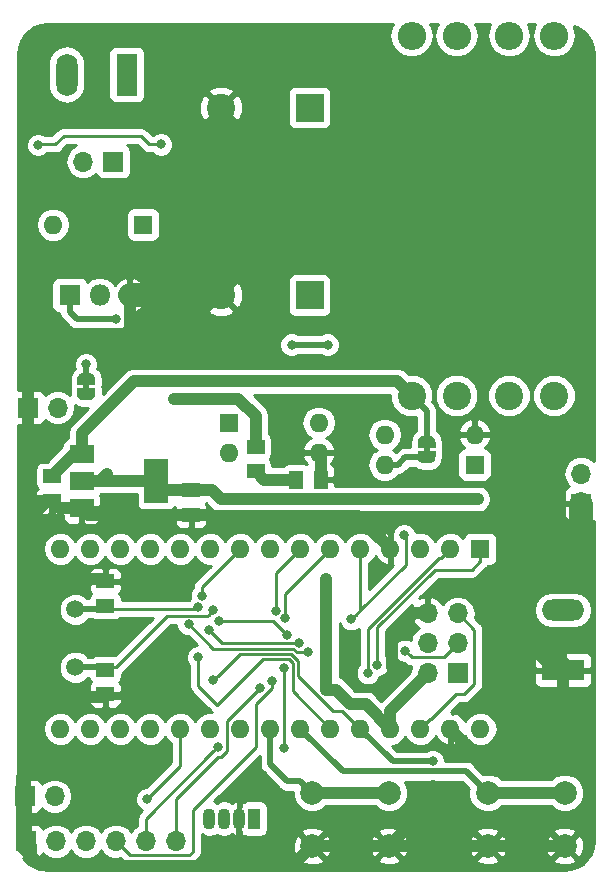
<source format=gbr>
G04 #@! TF.GenerationSoftware,KiCad,Pcbnew,5.0.0-rc2-dev-unknown-f73b9a5~65~ubuntu16.04.1*
G04 #@! TF.CreationDate,2018-05-13T13:10:50+02:00*
G04 #@! TF.ProjectId,Libreductioner,4C6962726564756374696F6E65722E6B,rev?*
G04 #@! TF.SameCoordinates,Original*
G04 #@! TF.FileFunction,Copper,L2,Bot,Signal*
G04 #@! TF.FilePolarity,Positive*
%FSLAX46Y46*%
G04 Gerber Fmt 4.6, Leading zero omitted, Abs format (unit mm)*
G04 Created by KiCad (PCBNEW 5.0.0-rc2-dev-unknown-f73b9a5~65~ubuntu16.04.1) date Sun May 13 13:10:50 2018*
%MOMM*%
%LPD*%
G01*
G04 APERTURE LIST*
%ADD10R,1.600000X1.600000*%
%ADD11O,1.600000X1.600000*%
%ADD12O,1.700000X1.700000*%
%ADD13R,1.700000X1.700000*%
%ADD14C,1.500000*%
%ADD15R,1.800000X1.800000*%
%ADD16O,1.800000X1.800000*%
%ADD17R,2.400000X2.400000*%
%ADD18C,2.400000*%
%ADD19C,2.000000*%
%ADD20O,2.400000X2.400000*%
%ADD21R,1.500000X1.145000*%
%ADD22R,2.000000X3.800000*%
%ADD23R,2.000000X1.500000*%
%ADD24R,1.800000X3.600000*%
%ADD25O,1.800000X3.600000*%
%ADD26O,3.600000X1.800000*%
%ADD27R,3.600000X1.800000*%
%ADD28R,1.070000X1.800000*%
%ADD29O,1.070000X1.800000*%
%ADD30R,1.145000X1.500000*%
%ADD31R,1.500000X0.500000*%
%ADD32C,0.100000*%
%ADD33C,1.000000*%
%ADD34R,0.600000X0.500000*%
%ADD35C,0.800000*%
%ADD36C,0.250000*%
%ADD37C,1.000000*%
%ADD38C,0.500000*%
%ADD39C,2.000000*%
%ADD40C,0.254000*%
G04 APERTURE END LIST*
D10*
X86487000Y-99187000D03*
D11*
X94107000Y-101727000D03*
X86487000Y-101727000D03*
X94107000Y-99187000D03*
X72237790Y-125109952D03*
X72237790Y-109869952D03*
X107797790Y-125109952D03*
X74777790Y-109869952D03*
X105257790Y-125109952D03*
X77317790Y-109869952D03*
X102717790Y-125109952D03*
X79857790Y-109869952D03*
X100177790Y-125109952D03*
X82397790Y-109869952D03*
X97637790Y-125109952D03*
X84937790Y-109869952D03*
X95097790Y-125109952D03*
X87477790Y-109869952D03*
X92557790Y-125109952D03*
X90017790Y-109869952D03*
X90017790Y-125109952D03*
X92557790Y-109869952D03*
X87477790Y-125109952D03*
X95097790Y-109869952D03*
X84937790Y-125109952D03*
X97637790Y-109869952D03*
X82397790Y-125109952D03*
X100177790Y-109869952D03*
X79857790Y-125109952D03*
X102717790Y-109869952D03*
X77317790Y-125109952D03*
X105257790Y-109869952D03*
X74777790Y-125109952D03*
D10*
X107797790Y-109869952D03*
D12*
X103352790Y-115330952D03*
X105892790Y-115330952D03*
X103352790Y-117870952D03*
X105892790Y-117870952D03*
X103352790Y-120410952D03*
D13*
X105892790Y-120410952D03*
D14*
X73507790Y-115002952D03*
X73507790Y-119902952D03*
D15*
X73025000Y-88392000D03*
D16*
X75565000Y-88392000D03*
X78105000Y-88392000D03*
D17*
X93345000Y-72517000D03*
D18*
X85845000Y-72517000D03*
X85845000Y-88392000D03*
D17*
X93345000Y-88392000D03*
D19*
X100076000Y-130537500D03*
X100076000Y-135037500D03*
X93576000Y-130537500D03*
X93576000Y-135037500D03*
X108435000Y-135037500D03*
X108435000Y-130537500D03*
X114935000Y-135037500D03*
X114935000Y-130537500D03*
D20*
X110236000Y-66421000D03*
D18*
X110236000Y-96901000D03*
X101981000Y-96901000D03*
D20*
X101981000Y-66421000D03*
D10*
X79248000Y-82423000D03*
D11*
X71628000Y-82423000D03*
D13*
X76708000Y-77089000D03*
D12*
X74168000Y-77089000D03*
D20*
X105791000Y-66421000D03*
D18*
X105791000Y-96901000D03*
X114046000Y-96901000D03*
D20*
X114046000Y-66421000D03*
D13*
X116332000Y-106045000D03*
D12*
X116332000Y-103505000D03*
D21*
X83312000Y-104902000D03*
X83312000Y-106987000D03*
X71501000Y-105817500D03*
X71501000Y-103732500D03*
D22*
X80366000Y-104140000D03*
D23*
X74066000Y-104140000D03*
X74066000Y-101840000D03*
X74066000Y-106440000D03*
D24*
X77851000Y-69723000D03*
D25*
X72771000Y-69723000D03*
D26*
X114808000Y-115062000D03*
D27*
X114808000Y-120142000D03*
D28*
X88646000Y-132715000D03*
D29*
X87376000Y-132715000D03*
X86106000Y-132715000D03*
X84836000Y-132715000D03*
D30*
X92202000Y-104013000D03*
X94287000Y-104013000D03*
D21*
X88773000Y-101219000D03*
X88773000Y-103304000D03*
D10*
X107315000Y-102743000D03*
D11*
X99695000Y-100203000D03*
X107315000Y-100203000D03*
X99695000Y-102743000D03*
D31*
X74422000Y-95739000D03*
X74422000Y-96539000D03*
D32*
G36*
X74721009Y-96291407D02*
X74769545Y-96298606D01*
X74817142Y-96310529D01*
X74863342Y-96327059D01*
X74907698Y-96348038D01*
X74949785Y-96373264D01*
X74989197Y-96402494D01*
X75025553Y-96435446D01*
X75058505Y-96471802D01*
X75087735Y-96511214D01*
X75112961Y-96553301D01*
X75133940Y-96597657D01*
X75150470Y-96643857D01*
X75162393Y-96691454D01*
X75169592Y-96739990D01*
X75172000Y-96788999D01*
X75172000Y-96789001D01*
X75169592Y-96838010D01*
X75162393Y-96886546D01*
X75150470Y-96934143D01*
X75133940Y-96980343D01*
X75112961Y-97024699D01*
X75087735Y-97066786D01*
X75058505Y-97106198D01*
X75025553Y-97142554D01*
X74989197Y-97175506D01*
X74949785Y-97204736D01*
X74907698Y-97229962D01*
X74863342Y-97250941D01*
X74817142Y-97267471D01*
X74769545Y-97279394D01*
X74721009Y-97286593D01*
X74672000Y-97289001D01*
X74172000Y-97289001D01*
X74122991Y-97286593D01*
X74074455Y-97279394D01*
X74026858Y-97267471D01*
X73980658Y-97250941D01*
X73936302Y-97229962D01*
X73894215Y-97204736D01*
X73854803Y-97175506D01*
X73818447Y-97142554D01*
X73785495Y-97106198D01*
X73756265Y-97066786D01*
X73731039Y-97024699D01*
X73710060Y-96980343D01*
X73693530Y-96934143D01*
X73681607Y-96886546D01*
X73674408Y-96838010D01*
X73672000Y-96789001D01*
X73672000Y-96788999D01*
X73674408Y-96739990D01*
X73681607Y-96691454D01*
X73693530Y-96643857D01*
X73710060Y-96597657D01*
X73731039Y-96553301D01*
X73756265Y-96511214D01*
X73785495Y-96471802D01*
X73818447Y-96435446D01*
X73854803Y-96402494D01*
X73894215Y-96373264D01*
X73936302Y-96348038D01*
X73980658Y-96327059D01*
X74026858Y-96310529D01*
X74074455Y-96298606D01*
X74122991Y-96291407D01*
X74172000Y-96288999D01*
X74672000Y-96288999D01*
X74721009Y-96291407D01*
X74721009Y-96291407D01*
G37*
D33*
X74422000Y-96789000D03*
D32*
G36*
X74721009Y-94991407D02*
X74769545Y-94998606D01*
X74817142Y-95010529D01*
X74863342Y-95027059D01*
X74907698Y-95048038D01*
X74949785Y-95073264D01*
X74989197Y-95102494D01*
X75025553Y-95135446D01*
X75058505Y-95171802D01*
X75087735Y-95211214D01*
X75112961Y-95253301D01*
X75133940Y-95297657D01*
X75150470Y-95343857D01*
X75162393Y-95391454D01*
X75169592Y-95439990D01*
X75172000Y-95488999D01*
X75172000Y-95489001D01*
X75169592Y-95538010D01*
X75162393Y-95586546D01*
X75150470Y-95634143D01*
X75133940Y-95680343D01*
X75112961Y-95724699D01*
X75087735Y-95766786D01*
X75058505Y-95806198D01*
X75025553Y-95842554D01*
X74989197Y-95875506D01*
X74949785Y-95904736D01*
X74907698Y-95929962D01*
X74863342Y-95950941D01*
X74817142Y-95967471D01*
X74769545Y-95979394D01*
X74721009Y-95986593D01*
X74672000Y-95989001D01*
X74172000Y-95989001D01*
X74122991Y-95986593D01*
X74074455Y-95979394D01*
X74026858Y-95967471D01*
X73980658Y-95950941D01*
X73936302Y-95929962D01*
X73894215Y-95904736D01*
X73854803Y-95875506D01*
X73818447Y-95842554D01*
X73785495Y-95806198D01*
X73756265Y-95766786D01*
X73731039Y-95724699D01*
X73710060Y-95680343D01*
X73693530Y-95634143D01*
X73681607Y-95586546D01*
X73674408Y-95538010D01*
X73672000Y-95489001D01*
X73672000Y-95488999D01*
X73674408Y-95439990D01*
X73681607Y-95391454D01*
X73693530Y-95343857D01*
X73710060Y-95297657D01*
X73731039Y-95253301D01*
X73756265Y-95211214D01*
X73785495Y-95171802D01*
X73818447Y-95135446D01*
X73854803Y-95102494D01*
X73894215Y-95073264D01*
X73936302Y-95048038D01*
X73980658Y-95027059D01*
X74026858Y-95010529D01*
X74074455Y-94998606D01*
X74122991Y-94991407D01*
X74172000Y-94988999D01*
X74672000Y-94988999D01*
X74721009Y-94991407D01*
X74721009Y-94991407D01*
G37*
D33*
X74422000Y-95489000D03*
D34*
X74422000Y-96139000D03*
X103251000Y-101473000D03*
D32*
G36*
X103550009Y-101625407D02*
X103598545Y-101632606D01*
X103646142Y-101644529D01*
X103692342Y-101661059D01*
X103736698Y-101682038D01*
X103778785Y-101707264D01*
X103818197Y-101736494D01*
X103854553Y-101769446D01*
X103887505Y-101805802D01*
X103916735Y-101845214D01*
X103941961Y-101887301D01*
X103962940Y-101931657D01*
X103979470Y-101977857D01*
X103991393Y-102025454D01*
X103998592Y-102073990D01*
X104001000Y-102122999D01*
X104001000Y-102123001D01*
X103998592Y-102172010D01*
X103991393Y-102220546D01*
X103979470Y-102268143D01*
X103962940Y-102314343D01*
X103941961Y-102358699D01*
X103916735Y-102400786D01*
X103887505Y-102440198D01*
X103854553Y-102476554D01*
X103818197Y-102509506D01*
X103778785Y-102538736D01*
X103736698Y-102563962D01*
X103692342Y-102584941D01*
X103646142Y-102601471D01*
X103598545Y-102613394D01*
X103550009Y-102620593D01*
X103501000Y-102623001D01*
X103001000Y-102623001D01*
X102951991Y-102620593D01*
X102903455Y-102613394D01*
X102855858Y-102601471D01*
X102809658Y-102584941D01*
X102765302Y-102563962D01*
X102723215Y-102538736D01*
X102683803Y-102509506D01*
X102647447Y-102476554D01*
X102614495Y-102440198D01*
X102585265Y-102400786D01*
X102560039Y-102358699D01*
X102539060Y-102314343D01*
X102522530Y-102268143D01*
X102510607Y-102220546D01*
X102503408Y-102172010D01*
X102501000Y-102123001D01*
X102501000Y-102122999D01*
X102503408Y-102073990D01*
X102510607Y-102025454D01*
X102522530Y-101977857D01*
X102539060Y-101931657D01*
X102560039Y-101887301D01*
X102585265Y-101845214D01*
X102614495Y-101805802D01*
X102647447Y-101769446D01*
X102683803Y-101736494D01*
X102723215Y-101707264D01*
X102765302Y-101682038D01*
X102809658Y-101661059D01*
X102855858Y-101644529D01*
X102903455Y-101632606D01*
X102951991Y-101625407D01*
X103001000Y-101622999D01*
X103501000Y-101622999D01*
X103550009Y-101625407D01*
X103550009Y-101625407D01*
G37*
D33*
X103251000Y-102123000D03*
D32*
G36*
X103550009Y-100325407D02*
X103598545Y-100332606D01*
X103646142Y-100344529D01*
X103692342Y-100361059D01*
X103736698Y-100382038D01*
X103778785Y-100407264D01*
X103818197Y-100436494D01*
X103854553Y-100469446D01*
X103887505Y-100505802D01*
X103916735Y-100545214D01*
X103941961Y-100587301D01*
X103962940Y-100631657D01*
X103979470Y-100677857D01*
X103991393Y-100725454D01*
X103998592Y-100773990D01*
X104001000Y-100822999D01*
X104001000Y-100823001D01*
X103998592Y-100872010D01*
X103991393Y-100920546D01*
X103979470Y-100968143D01*
X103962940Y-101014343D01*
X103941961Y-101058699D01*
X103916735Y-101100786D01*
X103887505Y-101140198D01*
X103854553Y-101176554D01*
X103818197Y-101209506D01*
X103778785Y-101238736D01*
X103736698Y-101263962D01*
X103692342Y-101284941D01*
X103646142Y-101301471D01*
X103598545Y-101313394D01*
X103550009Y-101320593D01*
X103501000Y-101323001D01*
X103001000Y-101323001D01*
X102951991Y-101320593D01*
X102903455Y-101313394D01*
X102855858Y-101301471D01*
X102809658Y-101284941D01*
X102765302Y-101263962D01*
X102723215Y-101238736D01*
X102683803Y-101209506D01*
X102647447Y-101176554D01*
X102614495Y-101140198D01*
X102585265Y-101100786D01*
X102560039Y-101058699D01*
X102539060Y-101014343D01*
X102522530Y-100968143D01*
X102510607Y-100920546D01*
X102503408Y-100872010D01*
X102501000Y-100823001D01*
X102501000Y-100822999D01*
X102503408Y-100773990D01*
X102510607Y-100725454D01*
X102522530Y-100677857D01*
X102539060Y-100631657D01*
X102560039Y-100587301D01*
X102585265Y-100545214D01*
X102614495Y-100505802D01*
X102647447Y-100469446D01*
X102683803Y-100436494D01*
X102723215Y-100407264D01*
X102765302Y-100382038D01*
X102809658Y-100361059D01*
X102855858Y-100344529D01*
X102903455Y-100332606D01*
X102951991Y-100325407D01*
X103001000Y-100322999D01*
X103501000Y-100322999D01*
X103550009Y-100325407D01*
X103550009Y-100325407D01*
G37*
D33*
X103251000Y-100823000D03*
D31*
X103251000Y-101073000D03*
X103251000Y-101873000D03*
D13*
X69342000Y-134620000D03*
D12*
X71882000Y-134620000D03*
X74422000Y-134620000D03*
X76962000Y-134620000D03*
X79502000Y-134620000D03*
X82042000Y-134620000D03*
D13*
X69215000Y-130810000D03*
D12*
X71755000Y-130810000D03*
D13*
X69469000Y-97917000D03*
D12*
X72009000Y-97917000D03*
D21*
X76047790Y-120110452D03*
X76047790Y-122195452D03*
X76047790Y-112637452D03*
X76047790Y-114722452D03*
D35*
X96875790Y-115838952D03*
X101346000Y-108712000D03*
X89128790Y-121680952D03*
X79576000Y-131064000D03*
X85177955Y-121022797D03*
X103759000Y-127862500D03*
X100685790Y-120283952D03*
X80111790Y-122315952D03*
X103759000Y-129947500D03*
X110934500Y-106050000D03*
X69469000Y-90932000D03*
X69469000Y-86106000D03*
X70866000Y-66421000D03*
X82550000Y-66294000D03*
X95504000Y-66294000D03*
X100203000Y-70739000D03*
X114427000Y-70739000D03*
X115443000Y-92329000D03*
X101219000Y-92456000D03*
X69215000Y-107696000D03*
X76507000Y-94234000D03*
X83907459Y-119062964D03*
X94716784Y-112409958D03*
X94749790Y-121807952D03*
X107569000Y-105664000D03*
X76200000Y-103505000D03*
X74422000Y-96589002D03*
X84219250Y-113881172D03*
X89482000Y-104013000D03*
X83900850Y-114838586D03*
X85191790Y-115076952D03*
X90496805Y-115099443D03*
X91292254Y-115705483D03*
X98272790Y-120410952D03*
X90193894Y-121039664D03*
X99094898Y-119692030D03*
X91160782Y-126746000D03*
X85598000Y-126619000D03*
X91202985Y-119955538D03*
X85699790Y-115965952D03*
X91414788Y-117155494D03*
X101447790Y-118505952D03*
X84810790Y-116727952D03*
X92476100Y-117816617D03*
X93192786Y-118632952D03*
X83108658Y-116261765D03*
X81862000Y-97155000D03*
X94869000Y-92583000D03*
X91821000Y-92583000D03*
X76962000Y-90424000D03*
X74422000Y-94234000D03*
X80772000Y-75639000D03*
X70358000Y-75692000D03*
D36*
X97637790Y-109869952D02*
X97637790Y-115076952D01*
X97637790Y-115076952D02*
X97275789Y-115438953D01*
X97275789Y-115438953D02*
X96875790Y-115838952D01*
X97637790Y-115076952D02*
X97648048Y-115076952D01*
X97648048Y-115076952D02*
X101473000Y-111252000D01*
X101473000Y-108839000D02*
X101346000Y-108712000D01*
X101473000Y-111252000D02*
X101473000Y-108839000D01*
X107289790Y-121298954D02*
X107289790Y-116727952D01*
X107289790Y-116727952D02*
X105892790Y-115330952D01*
X105765790Y-122188952D02*
X106399792Y-122188952D01*
X106399792Y-122188952D02*
X107289790Y-121298954D01*
X103644789Y-124309953D02*
X105765790Y-122188952D01*
X102717790Y-125109952D02*
X103517789Y-124309953D01*
X103517789Y-124309953D02*
X103644789Y-124309953D01*
X89128790Y-121680952D02*
X86323002Y-124486740D01*
X85632174Y-127471004D02*
X82042000Y-131061178D01*
X86323002Y-124486740D02*
X86323002Y-126967004D01*
X82042000Y-131061178D02*
X82042000Y-133417919D01*
X82042000Y-133417919D02*
X82042000Y-134620000D01*
X86323002Y-126967004D02*
X85819002Y-127471004D01*
X85819002Y-127471004D02*
X85632174Y-127471004D01*
D37*
X108435000Y-130537500D02*
X114935000Y-130537500D01*
D38*
X107435001Y-129537501D02*
X108435000Y-130537500D01*
X96160339Y-128712501D02*
X106610001Y-128712501D01*
X92557790Y-125109952D02*
X96160339Y-128712501D01*
X106610001Y-128712501D02*
X107435001Y-129537501D01*
D37*
X93576000Y-130537500D02*
X100076000Y-130537500D01*
D38*
X92576001Y-129537501D02*
X91437501Y-129537501D01*
X93576000Y-130537500D02*
X92576001Y-129537501D01*
X90017790Y-128117790D02*
X90017790Y-125109952D01*
X91437501Y-129537501D02*
X90017790Y-128117790D01*
D36*
X82397790Y-128242210D02*
X79576000Y-131064000D01*
X82397790Y-125109952D02*
X82397790Y-128242210D01*
D38*
X100390338Y-127862500D02*
X97637790Y-125109952D01*
X103759000Y-127862500D02*
X100390338Y-127862500D01*
D36*
X87420235Y-118780517D02*
X85577954Y-120622798D01*
X92378006Y-120606557D02*
X92378006Y-119380253D01*
X92378006Y-119380253D02*
X91778270Y-118780517D01*
X91778270Y-118780517D02*
X87420235Y-118780517D01*
X97637790Y-125109952D02*
X96113790Y-123585952D01*
X96113790Y-123585952D02*
X95357401Y-123585952D01*
X95357401Y-123585952D02*
X92378006Y-120606557D01*
X85577954Y-120622798D02*
X85177955Y-121022797D01*
D37*
X103352790Y-115330952D02*
X102150709Y-115330952D01*
X100285791Y-119883953D02*
X100685790Y-120283952D01*
X102150709Y-115330952D02*
X100285791Y-117195870D01*
X100285791Y-117195870D02*
X100285791Y-119883953D01*
X70586790Y-112282952D02*
X70586790Y-122442952D01*
X76047790Y-112429952D02*
X74422790Y-112429952D01*
X74422790Y-112429952D02*
X74275790Y-112282952D01*
X74275790Y-112282952D02*
X70586790Y-112282952D01*
X76047790Y-122402952D02*
X74422790Y-122402952D01*
X74422790Y-122402952D02*
X74382790Y-122442952D01*
X74382790Y-122442952D02*
X70586790Y-122442952D01*
D38*
X76047790Y-122402952D02*
X80024790Y-122402952D01*
X80024790Y-122402952D02*
X80111790Y-122315952D01*
X76134790Y-122315952D02*
X76047790Y-122402952D01*
D37*
X105257790Y-125109952D02*
X105237790Y-125109952D01*
X70586790Y-122442952D02*
X69850000Y-123179742D01*
X93576000Y-135037500D02*
X100076000Y-135037500D01*
X100076000Y-135037500D02*
X108435000Y-135037500D01*
X108435000Y-135037500D02*
X114935000Y-135037500D01*
X69850000Y-124206000D02*
X69850000Y-128270000D01*
X69850000Y-123179742D02*
X69850000Y-124206000D01*
X70485000Y-136652000D02*
X75819000Y-136652000D01*
X74676000Y-136652000D02*
X75819000Y-136652000D01*
X75819000Y-136652000D02*
X75882011Y-136715011D01*
X91898489Y-136715011D02*
X92576001Y-136037499D01*
X92576001Y-136037499D02*
X93576000Y-135037500D01*
X89662000Y-136715011D02*
X91898489Y-136715011D01*
X105257790Y-125109952D02*
X107655838Y-127508000D01*
X107655838Y-127508000D02*
X112522000Y-127508000D01*
X114808000Y-125222000D02*
X114808000Y-120142000D01*
X112522000Y-127508000D02*
X114808000Y-125222000D01*
X103759000Y-131354500D02*
X100076000Y-135037500D01*
X103759000Y-129947500D02*
X103759000Y-131354500D01*
D39*
X111807990Y-117141990D02*
X111807990Y-116887990D01*
X114808000Y-120142000D02*
X111807990Y-117141990D01*
X111807990Y-116887990D02*
X111506000Y-116586000D01*
X111506000Y-116586000D02*
X111506000Y-113721000D01*
X116332000Y-108895000D02*
X116332000Y-106045000D01*
X111506000Y-113721000D02*
X116332000Y-108895000D01*
D37*
X72123500Y-106440000D02*
X71501000Y-105817500D01*
X74066000Y-106440000D02*
X72123500Y-106440000D01*
X74613000Y-106987000D02*
X83312000Y-106987000D01*
X74066000Y-106440000D02*
X74613000Y-106987000D01*
D39*
X85845000Y-88392000D02*
X85845000Y-72517000D01*
X85845000Y-88392000D02*
X78105000Y-88392000D01*
D38*
X116327000Y-106050000D02*
X116332000Y-106045000D01*
X110934500Y-106050000D02*
X116327000Y-106050000D01*
X87376000Y-132715000D02*
X87376000Y-136524511D01*
X87376000Y-136524511D02*
X87566500Y-136715011D01*
D37*
X87566500Y-136715011D02*
X89662000Y-136715011D01*
X75882011Y-136715011D02*
X87566500Y-136715011D01*
X70586790Y-111480790D02*
X69215000Y-110109000D01*
X70586790Y-112282952D02*
X70586790Y-111480790D01*
X71501000Y-105817500D02*
X71093500Y-105817500D01*
X69215000Y-107696000D02*
X69215000Y-110109000D01*
X71093500Y-105817500D02*
X69215000Y-107696000D01*
X85062000Y-106987000D02*
X85193011Y-107118011D01*
X99377791Y-109069953D02*
X100177790Y-109869952D01*
X97425849Y-107118011D02*
X99377791Y-109069953D01*
X83312000Y-106987000D02*
X85062000Y-106987000D01*
X85193011Y-107118011D02*
X97425849Y-107118011D01*
X69751000Y-105817500D02*
X71501000Y-105817500D01*
X69469000Y-105535500D02*
X69751000Y-105817500D01*
X94287000Y-104013000D02*
X94287000Y-101907000D01*
X94287000Y-101907000D02*
X94107000Y-101727000D01*
X69723000Y-135001000D02*
X69342000Y-134620000D01*
X69723000Y-135890000D02*
X69723000Y-135001000D01*
X68961000Y-135128000D02*
X69723000Y-135890000D01*
X69723000Y-135890000D02*
X70485000Y-136652000D01*
X69342000Y-133731000D02*
X68961000Y-133350000D01*
X68961000Y-133350000D02*
X68961000Y-135128000D01*
X69342000Y-134620000D02*
X69342000Y-133731000D01*
D38*
X69168000Y-132207000D02*
X68961000Y-132207000D01*
X69215000Y-130810000D02*
X69215000Y-132160000D01*
X69215000Y-132160000D02*
X69168000Y-132207000D01*
D37*
X68961000Y-129159000D02*
X68961000Y-132207000D01*
X68961000Y-132207000D02*
X68961000Y-133350000D01*
X69342000Y-130937000D02*
X69215000Y-130810000D01*
X69342000Y-134620000D02*
X69342000Y-130937000D01*
X69215000Y-129159000D02*
X69088000Y-129032000D01*
X69215000Y-130810000D02*
X69215000Y-129159000D01*
X69088000Y-129032000D02*
X68961000Y-129159000D01*
X69850000Y-128270000D02*
X69088000Y-129032000D01*
D38*
X69469000Y-99699500D02*
X69469000Y-90932000D01*
X69469000Y-85540315D02*
X68834000Y-84905315D01*
X69469000Y-86106000D02*
X69469000Y-85540315D01*
X68834000Y-68453000D02*
X70866000Y-66421000D01*
X68834000Y-84905315D02*
X68834000Y-68453000D01*
X82550000Y-66294000D02*
X95504000Y-66294000D01*
X99949000Y-70739000D02*
X100203000Y-70739000D01*
X95504000Y-66294000D02*
X99949000Y-70739000D01*
X114427000Y-91313000D02*
X115443000Y-92329000D01*
X114427000Y-70739000D02*
X114427000Y-91313000D01*
X115443000Y-92894685D02*
X116459000Y-93910685D01*
X115443000Y-92329000D02*
X115443000Y-92894685D01*
X116459000Y-93910685D02*
X116459000Y-100203000D01*
X116459000Y-100203000D02*
X113538000Y-103124000D01*
X114982000Y-106045000D02*
X116332000Y-106045000D01*
X113538000Y-104601000D02*
X114982000Y-106045000D01*
X113538000Y-103124000D02*
X113538000Y-104601000D01*
X101346000Y-92329000D02*
X101219000Y-92456000D01*
X115443000Y-92329000D02*
X101346000Y-92329000D01*
D37*
X69469000Y-99699500D02*
X69469000Y-101727000D01*
X69469000Y-101727000D02*
X69469000Y-97917000D01*
X69469000Y-101727000D02*
X69469000Y-105535500D01*
X78105000Y-91694000D02*
X69469000Y-91694000D01*
X78105000Y-88392000D02*
X78105000Y-91694000D01*
X69469000Y-97917000D02*
X69469000Y-91694000D01*
X69469000Y-91694000D02*
X69469000Y-90932000D01*
X77297000Y-91694000D02*
X78105000Y-91694000D01*
X76507000Y-92484000D02*
X77297000Y-91694000D01*
X76507000Y-94234000D02*
X76507000Y-92484000D01*
D36*
X83907459Y-121461714D02*
X83907459Y-119628649D01*
X95097790Y-125109952D02*
X91927995Y-121940157D01*
X91591870Y-119230528D02*
X89371121Y-119230528D01*
X91927995Y-121940157D02*
X91927995Y-119566653D01*
X89371121Y-119230528D02*
X85523697Y-123077952D01*
X91927995Y-119566653D02*
X91591870Y-119230528D01*
X83907459Y-119628649D02*
X83907459Y-119062964D01*
X85523697Y-123077952D02*
X83907459Y-121461714D01*
D37*
X94749790Y-121807952D02*
X94749790Y-112442964D01*
X94749790Y-112442964D02*
X94716784Y-112409958D01*
X103352790Y-120410952D02*
X100177790Y-123585952D01*
X100177790Y-123585952D02*
X100177790Y-125109952D01*
X74066000Y-104140000D02*
X80366000Y-104140000D01*
X81128000Y-104902000D02*
X80366000Y-104140000D01*
X83312000Y-104902000D02*
X81128000Y-104902000D01*
X96753999Y-123020001D02*
X95541950Y-121807952D01*
X100177790Y-125109952D02*
X98087839Y-123020001D01*
X98087839Y-123020001D02*
X96753999Y-123020001D01*
X95315475Y-121807952D02*
X94749790Y-121807952D01*
X95541950Y-121807952D02*
X95315475Y-121807952D01*
X85062000Y-104902000D02*
X85824000Y-105664000D01*
X83312000Y-104902000D02*
X85062000Y-104902000D01*
X107569000Y-105664000D02*
X104902000Y-105664000D01*
X85824000Y-105664000D02*
X104902000Y-105664000D01*
X75565000Y-104140000D02*
X76200000Y-103505000D01*
X74066000Y-104140000D02*
X75565000Y-104140000D01*
D36*
X87477790Y-109869952D02*
X84219250Y-113128492D01*
X84219250Y-113315487D02*
X84219250Y-113881172D01*
X84219250Y-113128492D02*
X84219250Y-113315487D01*
D37*
X92202000Y-104013000D02*
X89482000Y-104013000D01*
X89482000Y-104013000D02*
X88773000Y-103304000D01*
D36*
X76047790Y-114929952D02*
X83809484Y-114929952D01*
X83809484Y-114929952D02*
X83900850Y-114838586D01*
D38*
X76047790Y-114929952D02*
X73580790Y-114929952D01*
X73580790Y-114929952D02*
X73507790Y-115002952D01*
D36*
X73307790Y-114802952D02*
X73507790Y-115002952D01*
X73380790Y-114822952D02*
X73507790Y-114949952D01*
X83503692Y-115583795D02*
X84684947Y-115583795D01*
X84791791Y-115476951D02*
X85191790Y-115076952D01*
X76047790Y-119902952D02*
X76922790Y-119902952D01*
X83456660Y-115536763D02*
X83503692Y-115583795D01*
X76922790Y-119902952D02*
X81288979Y-115536763D01*
X81288979Y-115536763D02*
X83456660Y-115536763D01*
X84684947Y-115583795D02*
X84791791Y-115476951D01*
D38*
X73507790Y-119902952D02*
X76047790Y-119902952D01*
D36*
X73454790Y-119902952D02*
X73507790Y-119849952D01*
X90496805Y-114533758D02*
X90496805Y-115099443D01*
X92557790Y-109869952D02*
X90496805Y-111930937D01*
X90496805Y-111930937D02*
X90496805Y-114533758D01*
X91292254Y-115139798D02*
X91292254Y-115705483D01*
X95097790Y-109869952D02*
X91292254Y-113675488D01*
X91292254Y-113675488D02*
X91292254Y-115139798D01*
X104305639Y-110669951D02*
X98272790Y-116702800D01*
X98272790Y-116702800D02*
X98272790Y-119845267D01*
X104457791Y-110669951D02*
X104305639Y-110669951D01*
X105257790Y-109869952D02*
X104457791Y-110669951D01*
X98272790Y-119845267D02*
X98272790Y-120410952D01*
X83439000Y-132018816D02*
X88838816Y-126619000D01*
X90193894Y-121605349D02*
X90193894Y-121039664D01*
X83152999Y-135795001D02*
X83439000Y-135509000D01*
X90193894Y-121688852D02*
X90193894Y-121605349D01*
X88838816Y-123043930D02*
X90193894Y-121688852D01*
X78137001Y-135795001D02*
X83152999Y-135795001D01*
X83439000Y-135509000D02*
X83439000Y-132018816D01*
X76962000Y-134620000D02*
X78137001Y-135795001D01*
X88838816Y-126619000D02*
X88838816Y-123043930D01*
X107797790Y-110919952D02*
X107069790Y-111647952D01*
X99094898Y-119126345D02*
X99094898Y-119692030D01*
X107797790Y-109869952D02*
X107797790Y-110919952D01*
X103964049Y-111647952D02*
X99094898Y-116517103D01*
X107069790Y-111647952D02*
X103964049Y-111647952D01*
X99094898Y-116517103D02*
X99094898Y-119126345D01*
D38*
X107607290Y-109679452D02*
X107797790Y-109869952D01*
D36*
X107797790Y-109869952D02*
X107734290Y-109869952D01*
X79502000Y-132715000D02*
X85198001Y-127018999D01*
X85198001Y-127018999D02*
X85598000Y-126619000D01*
X79502000Y-134620000D02*
X79502000Y-132715000D01*
X91160782Y-119997741D02*
X91202985Y-119955538D01*
X91160782Y-126746000D02*
X91160782Y-119997741D01*
X91014789Y-116755495D02*
X91414788Y-117155494D01*
X90225246Y-115965952D02*
X91014789Y-116755495D01*
X85699790Y-115965952D02*
X90225246Y-115965952D01*
X101987791Y-119045953D02*
X101847789Y-118905951D01*
X105892790Y-117870952D02*
X104717789Y-119045953D01*
X101847789Y-118905951D02*
X101447790Y-118505952D01*
X104717789Y-119045953D02*
X101987791Y-119045953D01*
X91910415Y-117816617D02*
X92476100Y-117816617D01*
X85963333Y-117880495D02*
X91846537Y-117880495D01*
X91846537Y-117880495D02*
X91910415Y-117816617D01*
X84810790Y-116727952D02*
X85963333Y-117880495D01*
X85177399Y-118330506D02*
X91964669Y-118330506D01*
X91964669Y-118330506D02*
X92267115Y-118632952D01*
X83108658Y-116261765D02*
X85177399Y-118330506D01*
X92267115Y-118632952D02*
X92627101Y-118632952D01*
X92627101Y-118632952D02*
X93192786Y-118632952D01*
D37*
X88773000Y-98612998D02*
X87315002Y-97155000D01*
X87315002Y-97155000D02*
X81862000Y-97155000D01*
X88773000Y-101219000D02*
X88773000Y-98612998D01*
X71501000Y-103732500D02*
X73393500Y-101840000D01*
X73393500Y-101840000D02*
X74066000Y-101840000D01*
X100781001Y-95701001D02*
X78454999Y-95701001D01*
X78454999Y-95701001D02*
X74066000Y-100090000D01*
X74066000Y-100090000D02*
X74066000Y-101840000D01*
X101981000Y-96901000D02*
X100781001Y-95701001D01*
D38*
X102616000Y-97536000D02*
X101981000Y-96901000D01*
X103251000Y-98171000D02*
X101981000Y-96901000D01*
X103251000Y-101073000D02*
X103251000Y-98171000D01*
X100826370Y-102743000D02*
X101446370Y-102123000D01*
X101446370Y-102123000D02*
X102540998Y-102123000D01*
X99695000Y-102743000D02*
X100826370Y-102743000D01*
X94869000Y-92583000D02*
X91821000Y-92583000D01*
X73025000Y-89792000D02*
X73025000Y-88392000D01*
X73657000Y-90424000D02*
X73025000Y-89792000D01*
X76962000Y-90424000D02*
X73657000Y-90424000D01*
X74422000Y-94234000D02*
X74422000Y-95438999D01*
D36*
X70411000Y-75639000D02*
X70358000Y-75692000D01*
X71808000Y-75639000D02*
X70411000Y-75639000D01*
X80772000Y-75639000D02*
X79772000Y-75639000D01*
X79063000Y-74930000D02*
X72517000Y-74930000D01*
X79772000Y-75639000D02*
X79063000Y-74930000D01*
X72517000Y-74930000D02*
X71808000Y-75639000D01*
D40*
G36*
X100252469Y-65705019D02*
X100110051Y-66421000D01*
X100252469Y-67136981D01*
X100658039Y-67743961D01*
X101265019Y-68149531D01*
X101800273Y-68256000D01*
X102161727Y-68256000D01*
X102696981Y-68149531D01*
X103303961Y-67743961D01*
X103709531Y-67136981D01*
X103851949Y-66421000D01*
X103709531Y-65705019D01*
X103559179Y-65480000D01*
X104212821Y-65480000D01*
X104062469Y-65705019D01*
X103920051Y-66421000D01*
X104062469Y-67136981D01*
X104468039Y-67743961D01*
X105075019Y-68149531D01*
X105610273Y-68256000D01*
X105971727Y-68256000D01*
X106506981Y-68149531D01*
X107113961Y-67743961D01*
X107519531Y-67136981D01*
X107661949Y-66421000D01*
X107519531Y-65705019D01*
X107369179Y-65480000D01*
X108657821Y-65480000D01*
X108507469Y-65705019D01*
X108365051Y-66421000D01*
X108507469Y-67136981D01*
X108913039Y-67743961D01*
X109520019Y-68149531D01*
X110055273Y-68256000D01*
X110416727Y-68256000D01*
X110951981Y-68149531D01*
X111558961Y-67743961D01*
X111964531Y-67136981D01*
X112106949Y-66421000D01*
X111964531Y-65705019D01*
X111814179Y-65480000D01*
X112467821Y-65480000D01*
X112317469Y-65705019D01*
X112175051Y-66421000D01*
X112317469Y-67136981D01*
X112723039Y-67743961D01*
X113330019Y-68149531D01*
X113865273Y-68256000D01*
X114226727Y-68256000D01*
X114761981Y-68149531D01*
X115368961Y-67743961D01*
X115774531Y-67136981D01*
X115916949Y-66421000D01*
X115774531Y-65705019D01*
X115724983Y-65630865D01*
X115998168Y-65725998D01*
X116463365Y-66016686D01*
X116852597Y-66403210D01*
X117146525Y-66866367D01*
X117330538Y-67383134D01*
X117400001Y-67965666D01*
X117400000Y-70173925D01*
X117400001Y-70173930D01*
X117400000Y-80206925D01*
X117400001Y-80206930D01*
X117400001Y-102432621D01*
X116911418Y-102106161D01*
X116478256Y-102020000D01*
X116185744Y-102020000D01*
X115752582Y-102106161D01*
X115261375Y-102434375D01*
X114933161Y-102925582D01*
X114817908Y-103505000D01*
X114933161Y-104084418D01*
X115261375Y-104575625D01*
X115283032Y-104590096D01*
X115122301Y-104656673D01*
X114943673Y-104835302D01*
X114847000Y-105068691D01*
X114847000Y-105759250D01*
X115005750Y-105918000D01*
X116205000Y-105918000D01*
X116205000Y-105898000D01*
X116459000Y-105898000D01*
X116459000Y-105918000D01*
X116479000Y-105918000D01*
X116479000Y-106172000D01*
X116459000Y-106172000D01*
X116459000Y-107371250D01*
X116617750Y-107530000D01*
X117308310Y-107530000D01*
X117400000Y-107492021D01*
X117400000Y-134580307D01*
X117334401Y-135165130D01*
X117154003Y-135683165D01*
X116863315Y-136148364D01*
X116476790Y-136537597D01*
X116013633Y-136831525D01*
X115496865Y-137015538D01*
X114914342Y-137085000D01*
X71159693Y-137085000D01*
X70574870Y-137019401D01*
X70056835Y-136839003D01*
X69591636Y-136548315D01*
X69202403Y-136161790D01*
X69123613Y-136037637D01*
X69215000Y-135946250D01*
X69215000Y-134747000D01*
X69195000Y-134747000D01*
X69195000Y-134493000D01*
X69215000Y-134493000D01*
X69215000Y-133293750D01*
X69469000Y-133293750D01*
X69469000Y-134493000D01*
X69489000Y-134493000D01*
X69489000Y-134747000D01*
X69469000Y-134747000D01*
X69469000Y-135946250D01*
X69627750Y-136105000D01*
X70318310Y-136105000D01*
X70551699Y-136008327D01*
X70730327Y-135829698D01*
X70796904Y-135668967D01*
X70811375Y-135690625D01*
X71302582Y-136018839D01*
X71735744Y-136105000D01*
X72028256Y-136105000D01*
X72461418Y-136018839D01*
X72952625Y-135690625D01*
X73152000Y-135392239D01*
X73351375Y-135690625D01*
X73842582Y-136018839D01*
X74275744Y-136105000D01*
X74568256Y-136105000D01*
X75001418Y-136018839D01*
X75492625Y-135690625D01*
X75692000Y-135392239D01*
X75891375Y-135690625D01*
X76382582Y-136018839D01*
X76815744Y-136105000D01*
X77108256Y-136105000D01*
X77328407Y-136061209D01*
X77546674Y-136279477D01*
X77589072Y-136342930D01*
X77652525Y-136385328D01*
X77652527Y-136385330D01*
X77730935Y-136437720D01*
X77840464Y-136510905D01*
X78062149Y-136555001D01*
X78062153Y-136555001D01*
X78137000Y-136569889D01*
X78211847Y-136555001D01*
X83078152Y-136555001D01*
X83152999Y-136569889D01*
X83227846Y-136555001D01*
X83227851Y-136555001D01*
X83449536Y-136510905D01*
X83700928Y-136342930D01*
X83743329Y-136279472D01*
X83832769Y-136190032D01*
X92603073Y-136190032D01*
X92701736Y-136456887D01*
X93311461Y-136683408D01*
X93961460Y-136659356D01*
X94450264Y-136456887D01*
X94548927Y-136190032D01*
X99103073Y-136190032D01*
X99201736Y-136456887D01*
X99811461Y-136683408D01*
X100461460Y-136659356D01*
X100950264Y-136456887D01*
X101048927Y-136190032D01*
X107462073Y-136190032D01*
X107560736Y-136456887D01*
X108170461Y-136683408D01*
X108820460Y-136659356D01*
X109309264Y-136456887D01*
X109407927Y-136190032D01*
X113962073Y-136190032D01*
X114060736Y-136456887D01*
X114670461Y-136683408D01*
X115320460Y-136659356D01*
X115809264Y-136456887D01*
X115907927Y-136190032D01*
X114935000Y-135217105D01*
X113962073Y-136190032D01*
X109407927Y-136190032D01*
X108435000Y-135217105D01*
X107462073Y-136190032D01*
X101048927Y-136190032D01*
X100076000Y-135217105D01*
X99103073Y-136190032D01*
X94548927Y-136190032D01*
X93576000Y-135217105D01*
X92603073Y-136190032D01*
X83832769Y-136190032D01*
X83923473Y-136099329D01*
X83986929Y-136056929D01*
X84154904Y-135805537D01*
X84199000Y-135583852D01*
X84199000Y-135583848D01*
X84213888Y-135509001D01*
X84199000Y-135434154D01*
X84199000Y-134772961D01*
X91930092Y-134772961D01*
X91954144Y-135422960D01*
X92156613Y-135911764D01*
X92423468Y-136010427D01*
X93396395Y-135037500D01*
X93755605Y-135037500D01*
X94728532Y-136010427D01*
X94995387Y-135911764D01*
X95221908Y-135302039D01*
X95202331Y-134772961D01*
X98430092Y-134772961D01*
X98454144Y-135422960D01*
X98656613Y-135911764D01*
X98923468Y-136010427D01*
X99896395Y-135037500D01*
X100255605Y-135037500D01*
X101228532Y-136010427D01*
X101495387Y-135911764D01*
X101721908Y-135302039D01*
X101702331Y-134772961D01*
X106789092Y-134772961D01*
X106813144Y-135422960D01*
X107015613Y-135911764D01*
X107282468Y-136010427D01*
X108255395Y-135037500D01*
X108614605Y-135037500D01*
X109587532Y-136010427D01*
X109854387Y-135911764D01*
X110080908Y-135302039D01*
X110061331Y-134772961D01*
X113289092Y-134772961D01*
X113313144Y-135422960D01*
X113515613Y-135911764D01*
X113782468Y-136010427D01*
X114755395Y-135037500D01*
X115114605Y-135037500D01*
X116087532Y-136010427D01*
X116354387Y-135911764D01*
X116580908Y-135302039D01*
X116556856Y-134652040D01*
X116354387Y-134163236D01*
X116087532Y-134064573D01*
X115114605Y-135037500D01*
X114755395Y-135037500D01*
X113782468Y-134064573D01*
X113515613Y-134163236D01*
X113289092Y-134772961D01*
X110061331Y-134772961D01*
X110056856Y-134652040D01*
X109854387Y-134163236D01*
X109587532Y-134064573D01*
X108614605Y-135037500D01*
X108255395Y-135037500D01*
X107282468Y-134064573D01*
X107015613Y-134163236D01*
X106789092Y-134772961D01*
X101702331Y-134772961D01*
X101697856Y-134652040D01*
X101495387Y-134163236D01*
X101228532Y-134064573D01*
X100255605Y-135037500D01*
X99896395Y-135037500D01*
X98923468Y-134064573D01*
X98656613Y-134163236D01*
X98430092Y-134772961D01*
X95202331Y-134772961D01*
X95197856Y-134652040D01*
X94995387Y-134163236D01*
X94728532Y-134064573D01*
X93755605Y-135037500D01*
X93396395Y-135037500D01*
X92423468Y-134064573D01*
X92156613Y-134163236D01*
X91930092Y-134772961D01*
X84199000Y-134772961D01*
X84199000Y-134061517D01*
X84379489Y-134182115D01*
X84836000Y-134272921D01*
X85292510Y-134182115D01*
X85471000Y-134062853D01*
X85649489Y-134182115D01*
X86106000Y-134272921D01*
X86562510Y-134182115D01*
X86754150Y-134054066D01*
X87068617Y-134208900D01*
X87249000Y-134083244D01*
X87249000Y-133330969D01*
X87276000Y-133195231D01*
X87276000Y-132234770D01*
X87249000Y-132099032D01*
X87249000Y-131815000D01*
X87463560Y-131815000D01*
X87463560Y-133615000D01*
X87503000Y-133813280D01*
X87503000Y-134083244D01*
X87683383Y-134208900D01*
X87783264Y-134159722D01*
X87863235Y-134213157D01*
X88111000Y-134262440D01*
X89181000Y-134262440D01*
X89428765Y-134213157D01*
X89638809Y-134072809D01*
X89764321Y-133884968D01*
X92603073Y-133884968D01*
X93576000Y-134857895D01*
X94548927Y-133884968D01*
X99103073Y-133884968D01*
X100076000Y-134857895D01*
X101048927Y-133884968D01*
X107462073Y-133884968D01*
X108435000Y-134857895D01*
X109407927Y-133884968D01*
X113962073Y-133884968D01*
X114935000Y-134857895D01*
X115907927Y-133884968D01*
X115809264Y-133618113D01*
X115199539Y-133391592D01*
X114549540Y-133415644D01*
X114060736Y-133618113D01*
X113962073Y-133884968D01*
X109407927Y-133884968D01*
X109309264Y-133618113D01*
X108699539Y-133391592D01*
X108049540Y-133415644D01*
X107560736Y-133618113D01*
X107462073Y-133884968D01*
X101048927Y-133884968D01*
X100950264Y-133618113D01*
X100340539Y-133391592D01*
X99690540Y-133415644D01*
X99201736Y-133618113D01*
X99103073Y-133884968D01*
X94548927Y-133884968D01*
X94450264Y-133618113D01*
X93840539Y-133391592D01*
X93190540Y-133415644D01*
X92701736Y-133618113D01*
X92603073Y-133884968D01*
X89764321Y-133884968D01*
X89779157Y-133862765D01*
X89828440Y-133615000D01*
X89828440Y-131815000D01*
X89779157Y-131567235D01*
X89638809Y-131357191D01*
X89428765Y-131216843D01*
X89181000Y-131167560D01*
X88111000Y-131167560D01*
X87863235Y-131216843D01*
X87783264Y-131270278D01*
X87683383Y-131221100D01*
X87503000Y-131346756D01*
X87503000Y-131616720D01*
X87463560Y-131815000D01*
X87249000Y-131815000D01*
X87249000Y-131346756D01*
X87068617Y-131221100D01*
X86754151Y-131375934D01*
X86562511Y-131247885D01*
X86106000Y-131157079D01*
X85649490Y-131247885D01*
X85471001Y-131367147D01*
X85292511Y-131247885D01*
X85286023Y-131246594D01*
X89132790Y-127399828D01*
X89132790Y-128030629D01*
X89115453Y-128117790D01*
X89132790Y-128204951D01*
X89132790Y-128204954D01*
X89184138Y-128463099D01*
X89379741Y-128755839D01*
X89453637Y-128805215D01*
X90750078Y-130101657D01*
X90799452Y-130175550D01*
X90873345Y-130224924D01*
X90873346Y-130224925D01*
X91092190Y-130371152D01*
X91092191Y-130371153D01*
X91350336Y-130422501D01*
X91350340Y-130422501D01*
X91437501Y-130439838D01*
X91524662Y-130422501D01*
X91941000Y-130422501D01*
X91941000Y-130862722D01*
X92189914Y-131463653D01*
X92649847Y-131923586D01*
X93250778Y-132172500D01*
X93901222Y-132172500D01*
X94502153Y-131923586D01*
X94753239Y-131672500D01*
X98898761Y-131672500D01*
X99149847Y-131923586D01*
X99750778Y-132172500D01*
X100401222Y-132172500D01*
X101002153Y-131923586D01*
X101462086Y-131463653D01*
X101711000Y-130862722D01*
X101711000Y-130212278D01*
X101462086Y-129611347D01*
X101448240Y-129597501D01*
X106243423Y-129597501D01*
X106817046Y-130171125D01*
X106800000Y-130212278D01*
X106800000Y-130862722D01*
X107048914Y-131463653D01*
X107508847Y-131923586D01*
X108109778Y-132172500D01*
X108760222Y-132172500D01*
X109361153Y-131923586D01*
X109612239Y-131672500D01*
X113757761Y-131672500D01*
X114008847Y-131923586D01*
X114609778Y-132172500D01*
X115260222Y-132172500D01*
X115861153Y-131923586D01*
X116321086Y-131463653D01*
X116570000Y-130862722D01*
X116570000Y-130212278D01*
X116321086Y-129611347D01*
X115861153Y-129151414D01*
X115260222Y-128902500D01*
X114609778Y-128902500D01*
X114008847Y-129151414D01*
X113757761Y-129402500D01*
X109612239Y-129402500D01*
X109361153Y-129151414D01*
X108760222Y-128902500D01*
X108109778Y-128902500D01*
X108068625Y-128919546D01*
X107297426Y-128148348D01*
X107248050Y-128074452D01*
X106955311Y-127878849D01*
X106697166Y-127827501D01*
X106697162Y-127827501D01*
X106610001Y-127810164D01*
X106522840Y-127827501D01*
X104794000Y-127827501D01*
X104794000Y-127656626D01*
X104636431Y-127276220D01*
X104345280Y-126985069D01*
X103964874Y-126827500D01*
X103553126Y-126827500D01*
X103190993Y-126977500D01*
X100756917Y-126977500D01*
X100323498Y-126544082D01*
X100737699Y-126461692D01*
X101212367Y-126144529D01*
X101447790Y-125792194D01*
X101683213Y-126144529D01*
X102157881Y-126461692D01*
X102576457Y-126544952D01*
X102859123Y-126544952D01*
X103277699Y-126461692D01*
X103752367Y-126144529D01*
X104008737Y-125760844D01*
X104105401Y-125965086D01*
X104520367Y-126340993D01*
X104908751Y-126501856D01*
X105130790Y-126379867D01*
X105130790Y-125236952D01*
X105110790Y-125236952D01*
X105110790Y-124982952D01*
X105130790Y-124982952D01*
X105130790Y-124962952D01*
X105384790Y-124962952D01*
X105384790Y-124982952D01*
X105404790Y-124982952D01*
X105404790Y-125236952D01*
X105384790Y-125236952D01*
X105384790Y-126379867D01*
X105606829Y-126501856D01*
X105995213Y-126340993D01*
X106410179Y-125965086D01*
X106506843Y-125760844D01*
X106763213Y-126144529D01*
X107237881Y-126461692D01*
X107656457Y-126544952D01*
X107939123Y-126544952D01*
X108357699Y-126461692D01*
X108832367Y-126144529D01*
X109149530Y-125669861D01*
X109260903Y-125109952D01*
X109149530Y-124550043D01*
X108832367Y-124075375D01*
X108357699Y-123758212D01*
X107939123Y-123674952D01*
X107656457Y-123674952D01*
X107237881Y-123758212D01*
X106763213Y-124075375D01*
X106506843Y-124459060D01*
X106410179Y-124254818D01*
X105995213Y-123878911D01*
X105606829Y-123718048D01*
X105384792Y-123840036D01*
X105384792Y-123674952D01*
X105354592Y-123674952D01*
X106080593Y-122948952D01*
X106324945Y-122948952D01*
X106399792Y-122963840D01*
X106474639Y-122948952D01*
X106474644Y-122948952D01*
X106696329Y-122904856D01*
X106947721Y-122736881D01*
X106990123Y-122673422D01*
X107774263Y-121889283D01*
X107837719Y-121846883D01*
X108005694Y-121595491D01*
X108049790Y-121373806D01*
X108049790Y-121373802D01*
X108064678Y-121298955D01*
X108049790Y-121224108D01*
X108049790Y-120427750D01*
X112373000Y-120427750D01*
X112373000Y-121168309D01*
X112469673Y-121401698D01*
X112648301Y-121580327D01*
X112881690Y-121677000D01*
X114522250Y-121677000D01*
X114681000Y-121518250D01*
X114681000Y-120269000D01*
X114935000Y-120269000D01*
X114935000Y-121518250D01*
X115093750Y-121677000D01*
X116734310Y-121677000D01*
X116967699Y-121580327D01*
X117146327Y-121401698D01*
X117243000Y-121168309D01*
X117243000Y-120427750D01*
X117084250Y-120269000D01*
X114935000Y-120269000D01*
X114681000Y-120269000D01*
X112531750Y-120269000D01*
X112373000Y-120427750D01*
X108049790Y-120427750D01*
X108049790Y-119115691D01*
X112373000Y-119115691D01*
X112373000Y-119856250D01*
X112531750Y-120015000D01*
X114681000Y-120015000D01*
X114681000Y-118765750D01*
X114935000Y-118765750D01*
X114935000Y-120015000D01*
X117084250Y-120015000D01*
X117243000Y-119856250D01*
X117243000Y-119115691D01*
X117146327Y-118882302D01*
X116967699Y-118703673D01*
X116734310Y-118607000D01*
X115093750Y-118607000D01*
X114935000Y-118765750D01*
X114681000Y-118765750D01*
X114522250Y-118607000D01*
X112881690Y-118607000D01*
X112648301Y-118703673D01*
X112469673Y-118882302D01*
X112373000Y-119115691D01*
X108049790Y-119115691D01*
X108049790Y-116802798D01*
X108064678Y-116727951D01*
X108049790Y-116653104D01*
X108049790Y-116653100D01*
X108005694Y-116431415D01*
X107917684Y-116299699D01*
X107880119Y-116243478D01*
X107880117Y-116243476D01*
X107837719Y-116180023D01*
X107774266Y-116137625D01*
X107333999Y-115697359D01*
X107406882Y-115330952D01*
X107353385Y-115062000D01*
X112342928Y-115062000D01*
X112462062Y-115660927D01*
X112801327Y-116168673D01*
X113309073Y-116507938D01*
X113756818Y-116597000D01*
X115859182Y-116597000D01*
X116306927Y-116507938D01*
X116814673Y-116168673D01*
X117153938Y-115660927D01*
X117273072Y-115062000D01*
X117153938Y-114463073D01*
X116814673Y-113955327D01*
X116306927Y-113616062D01*
X115859182Y-113527000D01*
X113756818Y-113527000D01*
X113309073Y-113616062D01*
X112801327Y-113955327D01*
X112462062Y-114463073D01*
X112342928Y-115062000D01*
X107353385Y-115062000D01*
X107291629Y-114751534D01*
X106963415Y-114260327D01*
X106472208Y-113932113D01*
X106039046Y-113845952D01*
X105746534Y-113845952D01*
X105313372Y-113932113D01*
X104822165Y-114260327D01*
X104621437Y-114560738D01*
X104234148Y-114135769D01*
X103709682Y-113889466D01*
X103479790Y-114010133D01*
X103479790Y-115203952D01*
X103499790Y-115203952D01*
X103499790Y-115457952D01*
X103479790Y-115457952D01*
X103479790Y-115477952D01*
X103225790Y-115477952D01*
X103225790Y-115457952D01*
X102032635Y-115457952D01*
X101911314Y-115687842D01*
X102081145Y-116097876D01*
X102471432Y-116526135D01*
X102601268Y-116587109D01*
X102282165Y-116800327D01*
X101953951Y-117291534D01*
X101898121Y-117572209D01*
X101653664Y-117470952D01*
X101241916Y-117470952D01*
X100861510Y-117628521D01*
X100570359Y-117919672D01*
X100412790Y-118300078D01*
X100412790Y-118711826D01*
X100570359Y-119092232D01*
X100861510Y-119383383D01*
X101241916Y-119540952D01*
X101404495Y-119540952D01*
X101439862Y-119593882D01*
X101691254Y-119761857D01*
X101912939Y-119805953D01*
X101912943Y-119805953D01*
X101964228Y-119816154D01*
X101953951Y-119831534D01*
X101861303Y-120297307D01*
X99454272Y-122704339D01*
X99408136Y-122735166D01*
X98969452Y-122296483D01*
X98906128Y-122201712D01*
X98530694Y-121950855D01*
X98199622Y-121885001D01*
X98087839Y-121862766D01*
X97976056Y-121885001D01*
X97224131Y-121885001D01*
X96423563Y-121084434D01*
X96360239Y-120989663D01*
X95984805Y-120738806D01*
X95884790Y-120718912D01*
X95884790Y-116151052D01*
X95998359Y-116425232D01*
X96289510Y-116716383D01*
X96669916Y-116873952D01*
X97081664Y-116873952D01*
X97462070Y-116716383D01*
X97503427Y-116675026D01*
X97497902Y-116702800D01*
X97512790Y-116777647D01*
X97512791Y-119707240D01*
X97395359Y-119824672D01*
X97237790Y-120205078D01*
X97237790Y-120616826D01*
X97395359Y-120997232D01*
X97686510Y-121288383D01*
X98066916Y-121445952D01*
X98478664Y-121445952D01*
X98859070Y-121288383D01*
X99150221Y-120997232D01*
X99262142Y-120727030D01*
X99300772Y-120727030D01*
X99681178Y-120569461D01*
X99972329Y-120278310D01*
X100129898Y-119897904D01*
X100129898Y-119486156D01*
X99972329Y-119105750D01*
X99854898Y-118988319D01*
X99854898Y-116831904D01*
X102051711Y-114635092D01*
X101911314Y-114974062D01*
X102032635Y-115203952D01*
X103225790Y-115203952D01*
X103225790Y-114010133D01*
X102995898Y-113889466D01*
X102621519Y-114065284D01*
X104278852Y-112407952D01*
X106994943Y-112407952D01*
X107069790Y-112422840D01*
X107144637Y-112407952D01*
X107144642Y-112407952D01*
X107366327Y-112363856D01*
X107617719Y-112195881D01*
X107660121Y-112132423D01*
X108282265Y-111510280D01*
X108345719Y-111467881D01*
X108388117Y-111404428D01*
X108388119Y-111404426D01*
X108446273Y-111317392D01*
X108597790Y-111317392D01*
X108845555Y-111268109D01*
X109055599Y-111127761D01*
X109195947Y-110917717D01*
X109245230Y-110669952D01*
X109245230Y-109069952D01*
X109195947Y-108822187D01*
X109055599Y-108612143D01*
X108845555Y-108471795D01*
X108597790Y-108422512D01*
X106997790Y-108422512D01*
X106750025Y-108471795D01*
X106539981Y-108612143D01*
X106399633Y-108822187D01*
X106373005Y-108956058D01*
X106292367Y-108835375D01*
X105817699Y-108518212D01*
X105399123Y-108434952D01*
X105116457Y-108434952D01*
X104697881Y-108518212D01*
X104223213Y-108835375D01*
X103987790Y-109187710D01*
X103752367Y-108835375D01*
X103277699Y-108518212D01*
X102859123Y-108434952D01*
X102576457Y-108434952D01*
X102368641Y-108476289D01*
X102223431Y-108125720D01*
X101932280Y-107834569D01*
X101551874Y-107677000D01*
X101140126Y-107677000D01*
X100759720Y-107834569D01*
X100468569Y-108125720D01*
X100311000Y-108506126D01*
X100311000Y-108596625D01*
X100304790Y-108600037D01*
X100304790Y-109742952D01*
X100324790Y-109742952D01*
X100324790Y-109996952D01*
X100304790Y-109996952D01*
X100304790Y-111139867D01*
X100437448Y-111212750D01*
X98397790Y-113252409D01*
X98397790Y-111087995D01*
X98672367Y-110904529D01*
X98928737Y-110520844D01*
X99025401Y-110725086D01*
X99440367Y-111100993D01*
X99828751Y-111261856D01*
X100050790Y-111139867D01*
X100050790Y-109996952D01*
X100030790Y-109996952D01*
X100030790Y-109742952D01*
X100050790Y-109742952D01*
X100050790Y-108600037D01*
X99828751Y-108478048D01*
X99440367Y-108638911D01*
X99025401Y-109014818D01*
X98928737Y-109219060D01*
X98672367Y-108835375D01*
X98197699Y-108518212D01*
X97779123Y-108434952D01*
X97496457Y-108434952D01*
X97077881Y-108518212D01*
X96603213Y-108835375D01*
X96367790Y-109187710D01*
X96132367Y-108835375D01*
X95657699Y-108518212D01*
X95239123Y-108434952D01*
X94956457Y-108434952D01*
X94537881Y-108518212D01*
X94063213Y-108835375D01*
X93827790Y-109187710D01*
X93592367Y-108835375D01*
X93117699Y-108518212D01*
X92699123Y-108434952D01*
X92416457Y-108434952D01*
X91997881Y-108518212D01*
X91523213Y-108835375D01*
X91287790Y-109187710D01*
X91052367Y-108835375D01*
X90577699Y-108518212D01*
X90159123Y-108434952D01*
X89876457Y-108434952D01*
X89457881Y-108518212D01*
X88983213Y-108835375D01*
X88747790Y-109187710D01*
X88512367Y-108835375D01*
X88037699Y-108518212D01*
X87619123Y-108434952D01*
X87336457Y-108434952D01*
X86917881Y-108518212D01*
X86443213Y-108835375D01*
X86207790Y-109187710D01*
X85972367Y-108835375D01*
X85497699Y-108518212D01*
X85079123Y-108434952D01*
X84796457Y-108434952D01*
X84377881Y-108518212D01*
X83903213Y-108835375D01*
X83667790Y-109187710D01*
X83432367Y-108835375D01*
X82957699Y-108518212D01*
X82539123Y-108434952D01*
X82256457Y-108434952D01*
X81837881Y-108518212D01*
X81363213Y-108835375D01*
X81127790Y-109187710D01*
X80892367Y-108835375D01*
X80417699Y-108518212D01*
X79999123Y-108434952D01*
X79716457Y-108434952D01*
X79297881Y-108518212D01*
X78823213Y-108835375D01*
X78587790Y-109187710D01*
X78352367Y-108835375D01*
X77877699Y-108518212D01*
X77459123Y-108434952D01*
X77176457Y-108434952D01*
X76757881Y-108518212D01*
X76283213Y-108835375D01*
X76047790Y-109187710D01*
X75812367Y-108835375D01*
X75337699Y-108518212D01*
X74919123Y-108434952D01*
X74636457Y-108434952D01*
X74217881Y-108518212D01*
X73743213Y-108835375D01*
X73507790Y-109187710D01*
X73272367Y-108835375D01*
X72797699Y-108518212D01*
X72379123Y-108434952D01*
X72096457Y-108434952D01*
X71677881Y-108518212D01*
X71203213Y-108835375D01*
X70886050Y-109310043D01*
X70774677Y-109869952D01*
X70886050Y-110429861D01*
X71203213Y-110904529D01*
X71677881Y-111221692D01*
X72096457Y-111304952D01*
X72379123Y-111304952D01*
X72797699Y-111221692D01*
X73272367Y-110904529D01*
X73507790Y-110552194D01*
X73743213Y-110904529D01*
X74217881Y-111221692D01*
X74636457Y-111304952D01*
X74919123Y-111304952D01*
X75337699Y-111221692D01*
X75812367Y-110904529D01*
X76047790Y-110552194D01*
X76283213Y-110904529D01*
X76757881Y-111221692D01*
X77176457Y-111304952D01*
X77459123Y-111304952D01*
X77877699Y-111221692D01*
X78352367Y-110904529D01*
X78587790Y-110552194D01*
X78823213Y-110904529D01*
X79297881Y-111221692D01*
X79716457Y-111304952D01*
X79999123Y-111304952D01*
X80417699Y-111221692D01*
X80892367Y-110904529D01*
X81127790Y-110552194D01*
X81363213Y-110904529D01*
X81837881Y-111221692D01*
X82256457Y-111304952D01*
X82539123Y-111304952D01*
X82957699Y-111221692D01*
X83432367Y-110904529D01*
X83667790Y-110552194D01*
X83903213Y-110904529D01*
X84377881Y-111221692D01*
X84796457Y-111304952D01*
X84967988Y-111304952D01*
X83734780Y-112538161D01*
X83671321Y-112580563D01*
X83503346Y-112831956D01*
X83459250Y-113053641D01*
X83459250Y-113053645D01*
X83444362Y-113128492D01*
X83454957Y-113181754D01*
X83341819Y-113294892D01*
X83184250Y-113675298D01*
X83184250Y-114087046D01*
X83185547Y-114090178D01*
X83105773Y-114169952D01*
X77445230Y-114169952D01*
X77445230Y-114149952D01*
X77395947Y-113902187D01*
X77255599Y-113692143D01*
X77230437Y-113675330D01*
X77336117Y-113569650D01*
X77432790Y-113336261D01*
X77432790Y-112923202D01*
X77274040Y-112764452D01*
X76174790Y-112764452D01*
X76174790Y-112784452D01*
X75920790Y-112784452D01*
X75920790Y-112764452D01*
X74821540Y-112764452D01*
X74662790Y-112923202D01*
X74662790Y-113336261D01*
X74759463Y-113569650D01*
X74865143Y-113675330D01*
X74839981Y-113692143D01*
X74699633Y-113902187D01*
X74671236Y-114044952D01*
X74508477Y-114044952D01*
X74292330Y-113828805D01*
X73783284Y-113617952D01*
X73232296Y-113617952D01*
X72723250Y-113828805D01*
X72333643Y-114218412D01*
X72122790Y-114727458D01*
X72122790Y-115278446D01*
X72333643Y-115787492D01*
X72723250Y-116177099D01*
X73232296Y-116387952D01*
X73783284Y-116387952D01*
X74292330Y-116177099D01*
X74654477Y-115814952D01*
X74933056Y-115814952D01*
X75050025Y-115893109D01*
X75297790Y-115942392D01*
X76797790Y-115942392D01*
X77045555Y-115893109D01*
X77255599Y-115752761D01*
X77297567Y-115689952D01*
X80060988Y-115689952D01*
X76850037Y-118900904D01*
X76797790Y-118890512D01*
X75297790Y-118890512D01*
X75050025Y-118939795D01*
X74933056Y-119017952D01*
X74581477Y-119017952D01*
X74292330Y-118728805D01*
X73783284Y-118517952D01*
X73232296Y-118517952D01*
X72723250Y-118728805D01*
X72333643Y-119118412D01*
X72122790Y-119627458D01*
X72122790Y-120178446D01*
X72333643Y-120687492D01*
X72723250Y-121077099D01*
X73232296Y-121287952D01*
X73783284Y-121287952D01*
X74292330Y-121077099D01*
X74581477Y-120787952D01*
X74671236Y-120787952D01*
X74699633Y-120930717D01*
X74839981Y-121140761D01*
X74865143Y-121157574D01*
X74759463Y-121263254D01*
X74662790Y-121496643D01*
X74662790Y-121909702D01*
X74821540Y-122068452D01*
X75920790Y-122068452D01*
X75920790Y-122048452D01*
X76174790Y-122048452D01*
X76174790Y-122068452D01*
X77274040Y-122068452D01*
X77432790Y-121909702D01*
X77432790Y-121496643D01*
X77336117Y-121263254D01*
X77230437Y-121157574D01*
X77255599Y-121140761D01*
X77395947Y-120930717D01*
X77445230Y-120682952D01*
X77445230Y-120467912D01*
X77470719Y-120450881D01*
X77513121Y-120387422D01*
X81603781Y-116296763D01*
X82073658Y-116296763D01*
X82073658Y-116467639D01*
X82231227Y-116848045D01*
X82522378Y-117139196D01*
X82902784Y-117296765D01*
X83068857Y-117296765D01*
X83800055Y-118027964D01*
X83701585Y-118027964D01*
X83321179Y-118185533D01*
X83030028Y-118476684D01*
X82872459Y-118857090D01*
X82872459Y-119268838D01*
X83030028Y-119649244D01*
X83147460Y-119766676D01*
X83147459Y-121386867D01*
X83132571Y-121461714D01*
X83147459Y-121536561D01*
X83147459Y-121536565D01*
X83191555Y-121758250D01*
X83359530Y-122009643D01*
X83422989Y-122052045D01*
X84933369Y-123562426D01*
X84975768Y-123625881D01*
X85039223Y-123668280D01*
X85039224Y-123668281D01*
X85049208Y-123674952D01*
X84796457Y-123674952D01*
X84377881Y-123758212D01*
X83903213Y-124075375D01*
X83667790Y-124427710D01*
X83432367Y-124075375D01*
X82957699Y-123758212D01*
X82539123Y-123674952D01*
X82256457Y-123674952D01*
X81837881Y-123758212D01*
X81363213Y-124075375D01*
X81127790Y-124427710D01*
X80892367Y-124075375D01*
X80417699Y-123758212D01*
X79999123Y-123674952D01*
X79716457Y-123674952D01*
X79297881Y-123758212D01*
X78823213Y-124075375D01*
X78587790Y-124427710D01*
X78352367Y-124075375D01*
X77877699Y-123758212D01*
X77459123Y-123674952D01*
X77176457Y-123674952D01*
X76757881Y-123758212D01*
X76283213Y-124075375D01*
X76047790Y-124427710D01*
X75812367Y-124075375D01*
X75337699Y-123758212D01*
X74919123Y-123674952D01*
X74636457Y-123674952D01*
X74217881Y-123758212D01*
X73743213Y-124075375D01*
X73507790Y-124427710D01*
X73272367Y-124075375D01*
X72797699Y-123758212D01*
X72379123Y-123674952D01*
X72096457Y-123674952D01*
X71677881Y-123758212D01*
X71203213Y-124075375D01*
X70886050Y-124550043D01*
X70774677Y-125109952D01*
X70886050Y-125669861D01*
X71203213Y-126144529D01*
X71677881Y-126461692D01*
X72096457Y-126544952D01*
X72379123Y-126544952D01*
X72797699Y-126461692D01*
X73272367Y-126144529D01*
X73507790Y-125792194D01*
X73743213Y-126144529D01*
X74217881Y-126461692D01*
X74636457Y-126544952D01*
X74919123Y-126544952D01*
X75337699Y-126461692D01*
X75812367Y-126144529D01*
X76047790Y-125792194D01*
X76283213Y-126144529D01*
X76757881Y-126461692D01*
X77176457Y-126544952D01*
X77459123Y-126544952D01*
X77877699Y-126461692D01*
X78352367Y-126144529D01*
X78587790Y-125792194D01*
X78823213Y-126144529D01*
X79297881Y-126461692D01*
X79716457Y-126544952D01*
X79999123Y-126544952D01*
X80417699Y-126461692D01*
X80892367Y-126144529D01*
X81127790Y-125792194D01*
X81363213Y-126144529D01*
X81637790Y-126327996D01*
X81637791Y-127927407D01*
X79536199Y-130029000D01*
X79370126Y-130029000D01*
X78989720Y-130186569D01*
X78698569Y-130477720D01*
X78541000Y-130858126D01*
X78541000Y-131269874D01*
X78698569Y-131650280D01*
X78989720Y-131941431D01*
X79138954Y-132003245D01*
X79017528Y-132124671D01*
X78954072Y-132167071D01*
X78911672Y-132230527D01*
X78911671Y-132230528D01*
X78786097Y-132418463D01*
X78727112Y-132715000D01*
X78742001Y-132789852D01*
X78742001Y-133341822D01*
X78431375Y-133549375D01*
X78232000Y-133847761D01*
X78032625Y-133549375D01*
X77541418Y-133221161D01*
X77108256Y-133135000D01*
X76815744Y-133135000D01*
X76382582Y-133221161D01*
X75891375Y-133549375D01*
X75692000Y-133847761D01*
X75492625Y-133549375D01*
X75001418Y-133221161D01*
X74568256Y-133135000D01*
X74275744Y-133135000D01*
X73842582Y-133221161D01*
X73351375Y-133549375D01*
X73152000Y-133847761D01*
X72952625Y-133549375D01*
X72461418Y-133221161D01*
X72028256Y-133135000D01*
X71735744Y-133135000D01*
X71302582Y-133221161D01*
X70811375Y-133549375D01*
X70796904Y-133571033D01*
X70730327Y-133410302D01*
X70551699Y-133231673D01*
X70318310Y-133135000D01*
X69627750Y-133135000D01*
X69469000Y-133293750D01*
X69215000Y-133293750D01*
X69056250Y-133135000D01*
X68655000Y-133135000D01*
X68655000Y-132295000D01*
X68929250Y-132295000D01*
X69088000Y-132136250D01*
X69088000Y-130937000D01*
X69068000Y-130937000D01*
X69068000Y-130683000D01*
X69088000Y-130683000D01*
X69088000Y-129483750D01*
X69342000Y-129483750D01*
X69342000Y-130683000D01*
X69362000Y-130683000D01*
X69362000Y-130937000D01*
X69342000Y-130937000D01*
X69342000Y-132136250D01*
X69500750Y-132295000D01*
X70191310Y-132295000D01*
X70424699Y-132198327D01*
X70603327Y-132019698D01*
X70669904Y-131858967D01*
X70684375Y-131880625D01*
X71175582Y-132208839D01*
X71608744Y-132295000D01*
X71901256Y-132295000D01*
X72334418Y-132208839D01*
X72825625Y-131880625D01*
X73153839Y-131389418D01*
X73269092Y-130810000D01*
X73153839Y-130230582D01*
X72825625Y-129739375D01*
X72334418Y-129411161D01*
X71901256Y-129325000D01*
X71608744Y-129325000D01*
X71175582Y-129411161D01*
X70684375Y-129739375D01*
X70669904Y-129761033D01*
X70603327Y-129600302D01*
X70424699Y-129421673D01*
X70191310Y-129325000D01*
X69500750Y-129325000D01*
X69342000Y-129483750D01*
X69088000Y-129483750D01*
X68929250Y-129325000D01*
X68655000Y-129325000D01*
X68655000Y-122481202D01*
X74662790Y-122481202D01*
X74662790Y-122894261D01*
X74759463Y-123127650D01*
X74938091Y-123306279D01*
X75171480Y-123402952D01*
X75762040Y-123402952D01*
X75920790Y-123244202D01*
X75920790Y-122322452D01*
X76174790Y-122322452D01*
X76174790Y-123244202D01*
X76333540Y-123402952D01*
X76924100Y-123402952D01*
X77157489Y-123306279D01*
X77336117Y-123127650D01*
X77432790Y-122894261D01*
X77432790Y-122481202D01*
X77274040Y-122322452D01*
X76174790Y-122322452D01*
X75920790Y-122322452D01*
X74821540Y-122322452D01*
X74662790Y-122481202D01*
X68655000Y-122481202D01*
X68655000Y-111938643D01*
X74662790Y-111938643D01*
X74662790Y-112351702D01*
X74821540Y-112510452D01*
X75920790Y-112510452D01*
X75920790Y-111588702D01*
X76174790Y-111588702D01*
X76174790Y-112510452D01*
X77274040Y-112510452D01*
X77432790Y-112351702D01*
X77432790Y-111938643D01*
X77336117Y-111705254D01*
X77157489Y-111526625D01*
X76924100Y-111429952D01*
X76333540Y-111429952D01*
X76174790Y-111588702D01*
X75920790Y-111588702D01*
X75762040Y-111429952D01*
X75171480Y-111429952D01*
X74938091Y-111526625D01*
X74759463Y-111705254D01*
X74662790Y-111938643D01*
X68655000Y-111938643D01*
X68655000Y-106103250D01*
X70116000Y-106103250D01*
X70116000Y-106516309D01*
X70212673Y-106749698D01*
X70391301Y-106928327D01*
X70624690Y-107025000D01*
X71215250Y-107025000D01*
X71374000Y-106866250D01*
X71374000Y-105944500D01*
X70274750Y-105944500D01*
X70116000Y-106103250D01*
X68655000Y-106103250D01*
X68655000Y-99402000D01*
X69183250Y-99402000D01*
X69342000Y-99243250D01*
X69342000Y-98044000D01*
X69322000Y-98044000D01*
X69322000Y-97790000D01*
X69342000Y-97790000D01*
X69342000Y-96590750D01*
X69596000Y-96590750D01*
X69596000Y-97790000D01*
X69616000Y-97790000D01*
X69616000Y-98044000D01*
X69596000Y-98044000D01*
X69596000Y-99243250D01*
X69754750Y-99402000D01*
X70445310Y-99402000D01*
X70678699Y-99305327D01*
X70857327Y-99126698D01*
X70923904Y-98965967D01*
X70938375Y-98987625D01*
X71429582Y-99315839D01*
X71862744Y-99402000D01*
X72155256Y-99402000D01*
X72588418Y-99315839D01*
X73079625Y-98987625D01*
X73407839Y-98496418D01*
X73523092Y-97917000D01*
X73475357Y-97677017D01*
X73732894Y-97849097D01*
X74172000Y-97936441D01*
X74614428Y-97936441D01*
X73342482Y-99208387D01*
X73247711Y-99271711D01*
X72999563Y-99643091D01*
X72996854Y-99647146D01*
X72908765Y-100090000D01*
X72931000Y-100201783D01*
X72931000Y-100469413D01*
X72818235Y-100491843D01*
X72608191Y-100632191D01*
X72467843Y-100842235D01*
X72418560Y-101090000D01*
X72418560Y-101209808D01*
X71115809Y-102512560D01*
X70751000Y-102512560D01*
X70503235Y-102561843D01*
X70293191Y-102702191D01*
X70152843Y-102912235D01*
X70103560Y-103160000D01*
X70103560Y-104305000D01*
X70152843Y-104552765D01*
X70293191Y-104762809D01*
X70318353Y-104779622D01*
X70212673Y-104885302D01*
X70116000Y-105118691D01*
X70116000Y-105531750D01*
X70274750Y-105690500D01*
X71374000Y-105690500D01*
X71374000Y-105670500D01*
X71628000Y-105670500D01*
X71628000Y-105690500D01*
X71648000Y-105690500D01*
X71648000Y-105944500D01*
X71628000Y-105944500D01*
X71628000Y-106866250D01*
X71786750Y-107025000D01*
X72377310Y-107025000D01*
X72431000Y-107002761D01*
X72431000Y-107316310D01*
X72527673Y-107549699D01*
X72706302Y-107728327D01*
X72939691Y-107825000D01*
X73780250Y-107825000D01*
X73939000Y-107666250D01*
X73939000Y-106567000D01*
X74193000Y-106567000D01*
X74193000Y-107666250D01*
X74351750Y-107825000D01*
X75192309Y-107825000D01*
X75425698Y-107728327D01*
X75604327Y-107549699D01*
X75701000Y-107316310D01*
X75701000Y-107272750D01*
X81927000Y-107272750D01*
X81927000Y-107685809D01*
X82023673Y-107919198D01*
X82202301Y-108097827D01*
X82435690Y-108194500D01*
X83026250Y-108194500D01*
X83185000Y-108035750D01*
X83185000Y-107114000D01*
X83439000Y-107114000D01*
X83439000Y-108035750D01*
X83597750Y-108194500D01*
X84188310Y-108194500D01*
X84421699Y-108097827D01*
X84600327Y-107919198D01*
X84697000Y-107685809D01*
X84697000Y-107272750D01*
X84538250Y-107114000D01*
X83439000Y-107114000D01*
X83185000Y-107114000D01*
X82085750Y-107114000D01*
X81927000Y-107272750D01*
X75701000Y-107272750D01*
X75701000Y-106725750D01*
X75542250Y-106567000D01*
X74193000Y-106567000D01*
X73939000Y-106567000D01*
X73919000Y-106567000D01*
X73919000Y-106313000D01*
X73939000Y-106313000D01*
X73939000Y-106293000D01*
X74193000Y-106293000D01*
X74193000Y-106313000D01*
X75542250Y-106313000D01*
X75701000Y-106154250D01*
X75701000Y-105563690D01*
X75604327Y-105330301D01*
X75570222Y-105296196D01*
X75676783Y-105275000D01*
X78718560Y-105275000D01*
X78718560Y-106040000D01*
X78767843Y-106287765D01*
X78908191Y-106497809D01*
X79118235Y-106638157D01*
X79366000Y-106687440D01*
X81366000Y-106687440D01*
X81613765Y-106638157D01*
X81823809Y-106497809D01*
X81927000Y-106343374D01*
X81927000Y-106701250D01*
X82085750Y-106860000D01*
X83185000Y-106860000D01*
X83185000Y-106840000D01*
X83439000Y-106840000D01*
X83439000Y-106860000D01*
X84538250Y-106860000D01*
X84697000Y-106701250D01*
X84697000Y-106288191D01*
X84600327Y-106054802D01*
X84582525Y-106037000D01*
X84591869Y-106037000D01*
X84942389Y-106387521D01*
X85005711Y-106482289D01*
X85370076Y-106725750D01*
X85381145Y-106733146D01*
X85824000Y-106821235D01*
X85935783Y-106799000D01*
X107680783Y-106799000D01*
X108011855Y-106733146D01*
X108387289Y-106482289D01*
X108488544Y-106330750D01*
X114847000Y-106330750D01*
X114847000Y-107021309D01*
X114943673Y-107254698D01*
X115122301Y-107433327D01*
X115355690Y-107530000D01*
X116046250Y-107530000D01*
X116205000Y-107371250D01*
X116205000Y-106172000D01*
X115005750Y-106172000D01*
X114847000Y-106330750D01*
X108488544Y-106330750D01*
X108638146Y-106106855D01*
X108726235Y-105664000D01*
X108638146Y-105221145D01*
X108387289Y-104845711D01*
X108011855Y-104594854D01*
X107680783Y-104529000D01*
X95494500Y-104529000D01*
X95494500Y-104298750D01*
X95335750Y-104140000D01*
X94414000Y-104140000D01*
X94414000Y-104160000D01*
X94160000Y-104160000D01*
X94160000Y-104140000D01*
X94140000Y-104140000D01*
X94140000Y-103886000D01*
X94160000Y-103886000D01*
X94160000Y-103866000D01*
X94414000Y-103866000D01*
X94414000Y-103886000D01*
X95335750Y-103886000D01*
X95494500Y-103727250D01*
X95494500Y-103136690D01*
X95397827Y-102903301D01*
X95219198Y-102724673D01*
X95134186Y-102689460D01*
X95338041Y-102464423D01*
X95498904Y-102076039D01*
X95376915Y-101854000D01*
X94234000Y-101854000D01*
X94234000Y-101874000D01*
X93980000Y-101874000D01*
X93980000Y-101854000D01*
X92837085Y-101854000D01*
X92715096Y-102076039D01*
X92875959Y-102464423D01*
X93111569Y-102724515D01*
X93022265Y-102664843D01*
X92774500Y-102615560D01*
X91629500Y-102615560D01*
X91381735Y-102664843D01*
X91171691Y-102805191D01*
X91123041Y-102878000D01*
X90170440Y-102878000D01*
X90170440Y-102731500D01*
X90121157Y-102483735D01*
X89980809Y-102273691D01*
X89962564Y-102261500D01*
X89980809Y-102249309D01*
X90121157Y-102039265D01*
X90170440Y-101791500D01*
X90170440Y-100646500D01*
X90121157Y-100398735D01*
X89980809Y-100188691D01*
X89908000Y-100140041D01*
X89908000Y-99187000D01*
X92643887Y-99187000D01*
X92755260Y-99746909D01*
X93072423Y-100221577D01*
X93456108Y-100477947D01*
X93251866Y-100574611D01*
X92875959Y-100989577D01*
X92715096Y-101377961D01*
X92837085Y-101600000D01*
X93980000Y-101600000D01*
X93980000Y-101580000D01*
X94234000Y-101580000D01*
X94234000Y-101600000D01*
X95376915Y-101600000D01*
X95498904Y-101377961D01*
X95338041Y-100989577D01*
X94962134Y-100574611D01*
X94757892Y-100477947D01*
X95141577Y-100221577D01*
X95458740Y-99746909D01*
X95570113Y-99187000D01*
X95458740Y-98627091D01*
X95141577Y-98152423D01*
X94666909Y-97835260D01*
X94248333Y-97752000D01*
X93965667Y-97752000D01*
X93547091Y-97835260D01*
X93072423Y-98152423D01*
X92755260Y-98627091D01*
X92643887Y-99187000D01*
X89908000Y-99187000D01*
X89908000Y-98724781D01*
X89930235Y-98612998D01*
X89842146Y-98170143D01*
X89654609Y-97889474D01*
X89591289Y-97794709D01*
X89496524Y-97731389D01*
X88601135Y-96836001D01*
X100146000Y-96836001D01*
X100146000Y-97266004D01*
X100425362Y-97940444D01*
X100941556Y-98456638D01*
X101615996Y-98736000D01*
X102346004Y-98736000D01*
X102366001Y-98727717D01*
X102366000Y-99893794D01*
X102189637Y-100011636D01*
X101940904Y-100383893D01*
X101902844Y-100575234D01*
X101902843Y-100575235D01*
X101853560Y-100823000D01*
X101853560Y-101238000D01*
X101533529Y-101238000D01*
X101446369Y-101220663D01*
X101359209Y-101238000D01*
X101359205Y-101238000D01*
X101101060Y-101289348D01*
X101018006Y-101344843D01*
X100882215Y-101435576D01*
X100882214Y-101435577D01*
X100808321Y-101484951D01*
X100758947Y-101558844D01*
X100657517Y-101660274D01*
X100377242Y-101473000D01*
X100729577Y-101237577D01*
X101046740Y-100762909D01*
X101158113Y-100203000D01*
X101046740Y-99643091D01*
X100729577Y-99168423D01*
X100254909Y-98851260D01*
X99836333Y-98768000D01*
X99553667Y-98768000D01*
X99135091Y-98851260D01*
X98660423Y-99168423D01*
X98343260Y-99643091D01*
X98231887Y-100203000D01*
X98343260Y-100762909D01*
X98660423Y-101237577D01*
X99012758Y-101473000D01*
X98660423Y-101708423D01*
X98343260Y-102183091D01*
X98231887Y-102743000D01*
X98343260Y-103302909D01*
X98660423Y-103777577D01*
X99135091Y-104094740D01*
X99553667Y-104178000D01*
X99836333Y-104178000D01*
X100254909Y-104094740D01*
X100729577Y-103777577D01*
X100818926Y-103643856D01*
X100826370Y-103645337D01*
X100913531Y-103628000D01*
X100913535Y-103628000D01*
X101171680Y-103576652D01*
X101464419Y-103381049D01*
X101513795Y-103307154D01*
X101812949Y-103008000D01*
X102299842Y-103008000D01*
X102561894Y-103183097D01*
X103001000Y-103270441D01*
X103501000Y-103270441D01*
X103940106Y-103183097D01*
X104312363Y-102934364D01*
X104561096Y-102562107D01*
X104599156Y-102370766D01*
X104599157Y-102370765D01*
X104648440Y-102123000D01*
X104648440Y-101943000D01*
X105867560Y-101943000D01*
X105867560Y-103543000D01*
X105916843Y-103790765D01*
X106057191Y-104000809D01*
X106267235Y-104141157D01*
X106515000Y-104190440D01*
X108115000Y-104190440D01*
X108362765Y-104141157D01*
X108572809Y-104000809D01*
X108713157Y-103790765D01*
X108762440Y-103543000D01*
X108762440Y-101943000D01*
X108713157Y-101695235D01*
X108572809Y-101485191D01*
X108362765Y-101344843D01*
X108207639Y-101313987D01*
X108546041Y-100940423D01*
X108706904Y-100552039D01*
X108584915Y-100330000D01*
X107442000Y-100330000D01*
X107442000Y-100350000D01*
X107188000Y-100350000D01*
X107188000Y-100330000D01*
X106045085Y-100330000D01*
X105923096Y-100552039D01*
X106083959Y-100940423D01*
X106422361Y-101313987D01*
X106267235Y-101344843D01*
X106057191Y-101485191D01*
X105916843Y-101695235D01*
X105867560Y-101943000D01*
X104648440Y-101943000D01*
X104648440Y-101623000D01*
X104618603Y-101473000D01*
X104648440Y-101323000D01*
X104648440Y-100823000D01*
X104599157Y-100575235D01*
X104599156Y-100575234D01*
X104561096Y-100383893D01*
X104312363Y-100011636D01*
X104136000Y-99893795D01*
X104136000Y-99853961D01*
X105923096Y-99853961D01*
X106045085Y-100076000D01*
X107188000Y-100076000D01*
X107188000Y-98932371D01*
X107442000Y-98932371D01*
X107442000Y-100076000D01*
X108584915Y-100076000D01*
X108706904Y-99853961D01*
X108546041Y-99465577D01*
X108170134Y-99050611D01*
X107664041Y-98811086D01*
X107442000Y-98932371D01*
X107188000Y-98932371D01*
X106965959Y-98811086D01*
X106459866Y-99050611D01*
X106083959Y-99465577D01*
X105923096Y-99853961D01*
X104136000Y-99853961D01*
X104136000Y-98258159D01*
X104153337Y-98170999D01*
X104136000Y-98083839D01*
X104136000Y-98083835D01*
X104084652Y-97825690D01*
X103889049Y-97532951D01*
X103815156Y-97483577D01*
X103752027Y-97420448D01*
X103816000Y-97266004D01*
X103816000Y-96535996D01*
X103956000Y-96535996D01*
X103956000Y-97266004D01*
X104235362Y-97940444D01*
X104751556Y-98456638D01*
X105425996Y-98736000D01*
X106156004Y-98736000D01*
X106830444Y-98456638D01*
X107346638Y-97940444D01*
X107626000Y-97266004D01*
X107626000Y-96535996D01*
X108401000Y-96535996D01*
X108401000Y-97266004D01*
X108680362Y-97940444D01*
X109196556Y-98456638D01*
X109870996Y-98736000D01*
X110601004Y-98736000D01*
X111275444Y-98456638D01*
X111791638Y-97940444D01*
X112071000Y-97266004D01*
X112071000Y-96535996D01*
X112211000Y-96535996D01*
X112211000Y-97266004D01*
X112490362Y-97940444D01*
X113006556Y-98456638D01*
X113680996Y-98736000D01*
X114411004Y-98736000D01*
X115085444Y-98456638D01*
X115601638Y-97940444D01*
X115881000Y-97266004D01*
X115881000Y-96535996D01*
X115601638Y-95861556D01*
X115085444Y-95345362D01*
X114411004Y-95066000D01*
X113680996Y-95066000D01*
X113006556Y-95345362D01*
X112490362Y-95861556D01*
X112211000Y-96535996D01*
X112071000Y-96535996D01*
X111791638Y-95861556D01*
X111275444Y-95345362D01*
X110601004Y-95066000D01*
X109870996Y-95066000D01*
X109196556Y-95345362D01*
X108680362Y-95861556D01*
X108401000Y-96535996D01*
X107626000Y-96535996D01*
X107346638Y-95861556D01*
X106830444Y-95345362D01*
X106156004Y-95066000D01*
X105425996Y-95066000D01*
X104751556Y-95345362D01*
X104235362Y-95861556D01*
X103956000Y-96535996D01*
X103816000Y-96535996D01*
X103536638Y-95861556D01*
X103020444Y-95345362D01*
X102346004Y-95066000D01*
X101751131Y-95066000D01*
X101662614Y-94977483D01*
X101599290Y-94882712D01*
X101223856Y-94631855D01*
X100892784Y-94566001D01*
X100781001Y-94543766D01*
X100669218Y-94566001D01*
X78566782Y-94566001D01*
X78454999Y-94543766D01*
X78343216Y-94566001D01*
X78012144Y-94631855D01*
X77636710Y-94882712D01*
X77573388Y-94977480D01*
X75819440Y-96731428D01*
X75819440Y-96289000D01*
X75789603Y-96139000D01*
X75819440Y-95989000D01*
X75819440Y-95489000D01*
X75770157Y-95241235D01*
X75770156Y-95241234D01*
X75732096Y-95049893D01*
X75483363Y-94677636D01*
X75385579Y-94612299D01*
X75457000Y-94439874D01*
X75457000Y-94028126D01*
X75299431Y-93647720D01*
X75008280Y-93356569D01*
X74627874Y-93199000D01*
X74216126Y-93199000D01*
X73835720Y-93356569D01*
X73544569Y-93647720D01*
X73387000Y-94028126D01*
X73387000Y-94439874D01*
X73458421Y-94612299D01*
X73360637Y-94677636D01*
X73111904Y-95049893D01*
X73073844Y-95241234D01*
X73073843Y-95241235D01*
X73024560Y-95489000D01*
X73024560Y-95989000D01*
X73054397Y-96139000D01*
X73024560Y-96289000D01*
X73024560Y-96789000D01*
X73029281Y-96812737D01*
X72588418Y-96518161D01*
X72155256Y-96432000D01*
X71862744Y-96432000D01*
X71429582Y-96518161D01*
X70938375Y-96846375D01*
X70923904Y-96868033D01*
X70857327Y-96707302D01*
X70678699Y-96528673D01*
X70445310Y-96432000D01*
X69754750Y-96432000D01*
X69596000Y-96590750D01*
X69342000Y-96590750D01*
X69183250Y-96432000D01*
X68655000Y-96432000D01*
X68655000Y-92377126D01*
X90786000Y-92377126D01*
X90786000Y-92788874D01*
X90943569Y-93169280D01*
X91234720Y-93460431D01*
X91615126Y-93618000D01*
X92026874Y-93618000D01*
X92389007Y-93468000D01*
X94300993Y-93468000D01*
X94663126Y-93618000D01*
X95074874Y-93618000D01*
X95455280Y-93460431D01*
X95746431Y-93169280D01*
X95904000Y-92788874D01*
X95904000Y-92377126D01*
X95746431Y-91996720D01*
X95455280Y-91705569D01*
X95074874Y-91548000D01*
X94663126Y-91548000D01*
X94300993Y-91698000D01*
X92389007Y-91698000D01*
X92026874Y-91548000D01*
X91615126Y-91548000D01*
X91234720Y-91705569D01*
X90943569Y-91996720D01*
X90786000Y-92377126D01*
X68655000Y-92377126D01*
X68655000Y-87492000D01*
X71477560Y-87492000D01*
X71477560Y-89292000D01*
X71526843Y-89539765D01*
X71667191Y-89749809D01*
X71877235Y-89890157D01*
X72125000Y-89939440D01*
X72151990Y-89939440D01*
X72191348Y-90137309D01*
X72386951Y-90430049D01*
X72460846Y-90479425D01*
X72969577Y-90988156D01*
X73018951Y-91062049D01*
X73092844Y-91111423D01*
X73092845Y-91111424D01*
X73311690Y-91257652D01*
X73569835Y-91309000D01*
X73569839Y-91309000D01*
X73657000Y-91326337D01*
X73744161Y-91309000D01*
X76393993Y-91309000D01*
X76756126Y-91459000D01*
X77167874Y-91459000D01*
X77548280Y-91301431D01*
X77839431Y-91010280D01*
X77997000Y-90629874D01*
X77997000Y-90218126D01*
X77839431Y-89837720D01*
X77836273Y-89834562D01*
X77978000Y-89762997D01*
X77978000Y-88519000D01*
X78232000Y-88519000D01*
X78232000Y-89762997D01*
X78469742Y-89883046D01*
X78885577Y-89689175D01*
X84727430Y-89689175D01*
X84850565Y-89976788D01*
X85532734Y-90236707D01*
X86262443Y-90215786D01*
X86839435Y-89976788D01*
X86962570Y-89689175D01*
X85845000Y-88571605D01*
X84727430Y-89689175D01*
X78885577Y-89689175D01*
X79012576Y-89629966D01*
X79417240Y-89188417D01*
X79596036Y-88756740D01*
X79475378Y-88519000D01*
X78232000Y-88519000D01*
X77978000Y-88519000D01*
X77958000Y-88519000D01*
X77958000Y-88265000D01*
X77978000Y-88265000D01*
X77978000Y-87021003D01*
X78232000Y-87021003D01*
X78232000Y-88265000D01*
X79475378Y-88265000D01*
X79569404Y-88079734D01*
X84000293Y-88079734D01*
X84021214Y-88809443D01*
X84260212Y-89386435D01*
X84547825Y-89509570D01*
X85665395Y-88392000D01*
X86024605Y-88392000D01*
X87142175Y-89509570D01*
X87429788Y-89386435D01*
X87689707Y-88704266D01*
X87668786Y-87974557D01*
X87429788Y-87397565D01*
X87142175Y-87274430D01*
X86024605Y-88392000D01*
X85665395Y-88392000D01*
X84547825Y-87274430D01*
X84260212Y-87397565D01*
X84000293Y-88079734D01*
X79569404Y-88079734D01*
X79596036Y-88027260D01*
X79417240Y-87595583D01*
X79012576Y-87154034D01*
X78885578Y-87094825D01*
X84727430Y-87094825D01*
X85845000Y-88212395D01*
X86865395Y-87192000D01*
X91497560Y-87192000D01*
X91497560Y-89592000D01*
X91546843Y-89839765D01*
X91687191Y-90049809D01*
X91897235Y-90190157D01*
X92145000Y-90239440D01*
X94545000Y-90239440D01*
X94792765Y-90190157D01*
X95002809Y-90049809D01*
X95143157Y-89839765D01*
X95192440Y-89592000D01*
X95192440Y-87192000D01*
X95143157Y-86944235D01*
X95002809Y-86734191D01*
X94792765Y-86593843D01*
X94545000Y-86544560D01*
X92145000Y-86544560D01*
X91897235Y-86593843D01*
X91687191Y-86734191D01*
X91546843Y-86944235D01*
X91497560Y-87192000D01*
X86865395Y-87192000D01*
X86962570Y-87094825D01*
X86839435Y-86807212D01*
X86157266Y-86547293D01*
X85427557Y-86568214D01*
X84850565Y-86807212D01*
X84727430Y-87094825D01*
X78885578Y-87094825D01*
X78469742Y-86900954D01*
X78232000Y-87021003D01*
X77978000Y-87021003D01*
X77740258Y-86900954D01*
X77197424Y-87154034D01*
X76842624Y-87541174D01*
X76671673Y-87285327D01*
X76163927Y-86946062D01*
X75716182Y-86857000D01*
X75413818Y-86857000D01*
X74966073Y-86946062D01*
X74522129Y-87242696D01*
X74382809Y-87034191D01*
X74172765Y-86893843D01*
X73925000Y-86844560D01*
X72125000Y-86844560D01*
X71877235Y-86893843D01*
X71667191Y-87034191D01*
X71526843Y-87244235D01*
X71477560Y-87492000D01*
X68655000Y-87492000D01*
X68655000Y-82423000D01*
X70164887Y-82423000D01*
X70276260Y-82982909D01*
X70593423Y-83457577D01*
X71068091Y-83774740D01*
X71486667Y-83858000D01*
X71769333Y-83858000D01*
X72187909Y-83774740D01*
X72662577Y-83457577D01*
X72979740Y-82982909D01*
X73091113Y-82423000D01*
X72979740Y-81863091D01*
X72819317Y-81623000D01*
X77800560Y-81623000D01*
X77800560Y-83223000D01*
X77849843Y-83470765D01*
X77990191Y-83680809D01*
X78200235Y-83821157D01*
X78448000Y-83870440D01*
X80048000Y-83870440D01*
X80295765Y-83821157D01*
X80505809Y-83680809D01*
X80646157Y-83470765D01*
X80695440Y-83223000D01*
X80695440Y-81623000D01*
X80646157Y-81375235D01*
X80505809Y-81165191D01*
X80295765Y-81024843D01*
X80048000Y-80975560D01*
X78448000Y-80975560D01*
X78200235Y-81024843D01*
X77990191Y-81165191D01*
X77849843Y-81375235D01*
X77800560Y-81623000D01*
X72819317Y-81623000D01*
X72662577Y-81388423D01*
X72187909Y-81071260D01*
X71769333Y-80988000D01*
X71486667Y-80988000D01*
X71068091Y-81071260D01*
X70593423Y-81388423D01*
X70276260Y-81863091D01*
X70164887Y-82423000D01*
X68655000Y-82423000D01*
X68655000Y-75486126D01*
X69323000Y-75486126D01*
X69323000Y-75897874D01*
X69480569Y-76278280D01*
X69771720Y-76569431D01*
X70152126Y-76727000D01*
X70563874Y-76727000D01*
X70944280Y-76569431D01*
X71114711Y-76399000D01*
X71733153Y-76399000D01*
X71808000Y-76413888D01*
X71882847Y-76399000D01*
X71882852Y-76399000D01*
X72104537Y-76354904D01*
X72355929Y-76186929D01*
X72398331Y-76123471D01*
X72831802Y-75690000D01*
X73589391Y-75690000D01*
X73588582Y-75690161D01*
X73097375Y-76018375D01*
X72769161Y-76509582D01*
X72653908Y-77089000D01*
X72769161Y-77668418D01*
X73097375Y-78159625D01*
X73588582Y-78487839D01*
X74021744Y-78574000D01*
X74314256Y-78574000D01*
X74747418Y-78487839D01*
X75238625Y-78159625D01*
X75250816Y-78141381D01*
X75259843Y-78186765D01*
X75400191Y-78396809D01*
X75610235Y-78537157D01*
X75858000Y-78586440D01*
X77558000Y-78586440D01*
X77805765Y-78537157D01*
X78015809Y-78396809D01*
X78156157Y-78186765D01*
X78205440Y-77939000D01*
X78205440Y-76239000D01*
X78156157Y-75991235D01*
X78015809Y-75781191D01*
X77879333Y-75690000D01*
X78748198Y-75690000D01*
X79181672Y-76123475D01*
X79224071Y-76186929D01*
X79287524Y-76229327D01*
X79287526Y-76229329D01*
X79360787Y-76278280D01*
X79475463Y-76354904D01*
X79697148Y-76399000D01*
X79697152Y-76399000D01*
X79771999Y-76413888D01*
X79846846Y-76399000D01*
X80068289Y-76399000D01*
X80185720Y-76516431D01*
X80566126Y-76674000D01*
X80977874Y-76674000D01*
X81358280Y-76516431D01*
X81649431Y-76225280D01*
X81807000Y-75844874D01*
X81807000Y-75433126D01*
X81649431Y-75052720D01*
X81358280Y-74761569D01*
X80977874Y-74604000D01*
X80566126Y-74604000D01*
X80185720Y-74761569D01*
X80077546Y-74869743D01*
X79653331Y-74445529D01*
X79610929Y-74382071D01*
X79359537Y-74214096D01*
X79137852Y-74170000D01*
X79137847Y-74170000D01*
X79063000Y-74155112D01*
X78988153Y-74170000D01*
X72591846Y-74170000D01*
X72516999Y-74155112D01*
X72442152Y-74170000D01*
X72442148Y-74170000D01*
X72220463Y-74214096D01*
X72220461Y-74214097D01*
X72220462Y-74214097D01*
X72032526Y-74339671D01*
X72032524Y-74339673D01*
X71969071Y-74382071D01*
X71926672Y-74445525D01*
X71493198Y-74879000D01*
X71008711Y-74879000D01*
X70944280Y-74814569D01*
X70563874Y-74657000D01*
X70152126Y-74657000D01*
X69771720Y-74814569D01*
X69480569Y-75105720D01*
X69323000Y-75486126D01*
X68655000Y-75486126D01*
X68655000Y-73814175D01*
X84727430Y-73814175D01*
X84850565Y-74101788D01*
X85532734Y-74361707D01*
X86262443Y-74340786D01*
X86839435Y-74101788D01*
X86962570Y-73814175D01*
X85845000Y-72696605D01*
X84727430Y-73814175D01*
X68655000Y-73814175D01*
X68655000Y-72204734D01*
X84000293Y-72204734D01*
X84021214Y-72934443D01*
X84260212Y-73511435D01*
X84547825Y-73634570D01*
X85665395Y-72517000D01*
X86024605Y-72517000D01*
X87142175Y-73634570D01*
X87429788Y-73511435D01*
X87689707Y-72829266D01*
X87668786Y-72099557D01*
X87429788Y-71522565D01*
X87142175Y-71399430D01*
X86024605Y-72517000D01*
X85665395Y-72517000D01*
X84547825Y-71399430D01*
X84260212Y-71522565D01*
X84000293Y-72204734D01*
X68655000Y-72204734D01*
X68655000Y-70774181D01*
X71236000Y-70774181D01*
X71325062Y-71221926D01*
X71664327Y-71729673D01*
X72172073Y-72068938D01*
X72771000Y-72188072D01*
X73369926Y-72068938D01*
X73877673Y-71729673D01*
X74216938Y-71221927D01*
X74306000Y-70774182D01*
X74306000Y-68671818D01*
X74216938Y-68224073D01*
X74015768Y-67923000D01*
X76303560Y-67923000D01*
X76303560Y-71523000D01*
X76352843Y-71770765D01*
X76493191Y-71980809D01*
X76703235Y-72121157D01*
X76951000Y-72170440D01*
X78751000Y-72170440D01*
X78998765Y-72121157D01*
X79208809Y-71980809D01*
X79349157Y-71770765D01*
X79398440Y-71523000D01*
X79398440Y-71219825D01*
X84727430Y-71219825D01*
X85845000Y-72337395D01*
X86865395Y-71317000D01*
X91497560Y-71317000D01*
X91497560Y-73717000D01*
X91546843Y-73964765D01*
X91687191Y-74174809D01*
X91897235Y-74315157D01*
X92145000Y-74364440D01*
X94545000Y-74364440D01*
X94792765Y-74315157D01*
X95002809Y-74174809D01*
X95143157Y-73964765D01*
X95192440Y-73717000D01*
X95192440Y-71317000D01*
X95143157Y-71069235D01*
X95002809Y-70859191D01*
X94792765Y-70718843D01*
X94545000Y-70669560D01*
X92145000Y-70669560D01*
X91897235Y-70718843D01*
X91687191Y-70859191D01*
X91546843Y-71069235D01*
X91497560Y-71317000D01*
X86865395Y-71317000D01*
X86962570Y-71219825D01*
X86839435Y-70932212D01*
X86157266Y-70672293D01*
X85427557Y-70693214D01*
X84850565Y-70932212D01*
X84727430Y-71219825D01*
X79398440Y-71219825D01*
X79398440Y-67923000D01*
X79349157Y-67675235D01*
X79208809Y-67465191D01*
X78998765Y-67324843D01*
X78751000Y-67275560D01*
X76951000Y-67275560D01*
X76703235Y-67324843D01*
X76493191Y-67465191D01*
X76352843Y-67675235D01*
X76303560Y-67923000D01*
X74015768Y-67923000D01*
X73877673Y-67716327D01*
X73369927Y-67377062D01*
X72771000Y-67257928D01*
X72172074Y-67377062D01*
X71664328Y-67716327D01*
X71325063Y-68224073D01*
X71236001Y-68671818D01*
X71236000Y-70774181D01*
X68655000Y-70774181D01*
X68655000Y-67984693D01*
X68720599Y-67399870D01*
X68900998Y-66881832D01*
X69191686Y-66416635D01*
X69578210Y-66027403D01*
X70041367Y-65733475D01*
X70558134Y-65549462D01*
X71140658Y-65480000D01*
X100402821Y-65480000D01*
X100252469Y-65705019D01*
X100252469Y-65705019D01*
G37*
X100252469Y-65705019D02*
X100110051Y-66421000D01*
X100252469Y-67136981D01*
X100658039Y-67743961D01*
X101265019Y-68149531D01*
X101800273Y-68256000D01*
X102161727Y-68256000D01*
X102696981Y-68149531D01*
X103303961Y-67743961D01*
X103709531Y-67136981D01*
X103851949Y-66421000D01*
X103709531Y-65705019D01*
X103559179Y-65480000D01*
X104212821Y-65480000D01*
X104062469Y-65705019D01*
X103920051Y-66421000D01*
X104062469Y-67136981D01*
X104468039Y-67743961D01*
X105075019Y-68149531D01*
X105610273Y-68256000D01*
X105971727Y-68256000D01*
X106506981Y-68149531D01*
X107113961Y-67743961D01*
X107519531Y-67136981D01*
X107661949Y-66421000D01*
X107519531Y-65705019D01*
X107369179Y-65480000D01*
X108657821Y-65480000D01*
X108507469Y-65705019D01*
X108365051Y-66421000D01*
X108507469Y-67136981D01*
X108913039Y-67743961D01*
X109520019Y-68149531D01*
X110055273Y-68256000D01*
X110416727Y-68256000D01*
X110951981Y-68149531D01*
X111558961Y-67743961D01*
X111964531Y-67136981D01*
X112106949Y-66421000D01*
X111964531Y-65705019D01*
X111814179Y-65480000D01*
X112467821Y-65480000D01*
X112317469Y-65705019D01*
X112175051Y-66421000D01*
X112317469Y-67136981D01*
X112723039Y-67743961D01*
X113330019Y-68149531D01*
X113865273Y-68256000D01*
X114226727Y-68256000D01*
X114761981Y-68149531D01*
X115368961Y-67743961D01*
X115774531Y-67136981D01*
X115916949Y-66421000D01*
X115774531Y-65705019D01*
X115724983Y-65630865D01*
X115998168Y-65725998D01*
X116463365Y-66016686D01*
X116852597Y-66403210D01*
X117146525Y-66866367D01*
X117330538Y-67383134D01*
X117400001Y-67965666D01*
X117400000Y-70173925D01*
X117400001Y-70173930D01*
X117400000Y-80206925D01*
X117400001Y-80206930D01*
X117400001Y-102432621D01*
X116911418Y-102106161D01*
X116478256Y-102020000D01*
X116185744Y-102020000D01*
X115752582Y-102106161D01*
X115261375Y-102434375D01*
X114933161Y-102925582D01*
X114817908Y-103505000D01*
X114933161Y-104084418D01*
X115261375Y-104575625D01*
X115283032Y-104590096D01*
X115122301Y-104656673D01*
X114943673Y-104835302D01*
X114847000Y-105068691D01*
X114847000Y-105759250D01*
X115005750Y-105918000D01*
X116205000Y-105918000D01*
X116205000Y-105898000D01*
X116459000Y-105898000D01*
X116459000Y-105918000D01*
X116479000Y-105918000D01*
X116479000Y-106172000D01*
X116459000Y-106172000D01*
X116459000Y-107371250D01*
X116617750Y-107530000D01*
X117308310Y-107530000D01*
X117400000Y-107492021D01*
X117400000Y-134580307D01*
X117334401Y-135165130D01*
X117154003Y-135683165D01*
X116863315Y-136148364D01*
X116476790Y-136537597D01*
X116013633Y-136831525D01*
X115496865Y-137015538D01*
X114914342Y-137085000D01*
X71159693Y-137085000D01*
X70574870Y-137019401D01*
X70056835Y-136839003D01*
X69591636Y-136548315D01*
X69202403Y-136161790D01*
X69123613Y-136037637D01*
X69215000Y-135946250D01*
X69215000Y-134747000D01*
X69195000Y-134747000D01*
X69195000Y-134493000D01*
X69215000Y-134493000D01*
X69215000Y-133293750D01*
X69469000Y-133293750D01*
X69469000Y-134493000D01*
X69489000Y-134493000D01*
X69489000Y-134747000D01*
X69469000Y-134747000D01*
X69469000Y-135946250D01*
X69627750Y-136105000D01*
X70318310Y-136105000D01*
X70551699Y-136008327D01*
X70730327Y-135829698D01*
X70796904Y-135668967D01*
X70811375Y-135690625D01*
X71302582Y-136018839D01*
X71735744Y-136105000D01*
X72028256Y-136105000D01*
X72461418Y-136018839D01*
X72952625Y-135690625D01*
X73152000Y-135392239D01*
X73351375Y-135690625D01*
X73842582Y-136018839D01*
X74275744Y-136105000D01*
X74568256Y-136105000D01*
X75001418Y-136018839D01*
X75492625Y-135690625D01*
X75692000Y-135392239D01*
X75891375Y-135690625D01*
X76382582Y-136018839D01*
X76815744Y-136105000D01*
X77108256Y-136105000D01*
X77328407Y-136061209D01*
X77546674Y-136279477D01*
X77589072Y-136342930D01*
X77652525Y-136385328D01*
X77652527Y-136385330D01*
X77730935Y-136437720D01*
X77840464Y-136510905D01*
X78062149Y-136555001D01*
X78062153Y-136555001D01*
X78137000Y-136569889D01*
X78211847Y-136555001D01*
X83078152Y-136555001D01*
X83152999Y-136569889D01*
X83227846Y-136555001D01*
X83227851Y-136555001D01*
X83449536Y-136510905D01*
X83700928Y-136342930D01*
X83743329Y-136279472D01*
X83832769Y-136190032D01*
X92603073Y-136190032D01*
X92701736Y-136456887D01*
X93311461Y-136683408D01*
X93961460Y-136659356D01*
X94450264Y-136456887D01*
X94548927Y-136190032D01*
X99103073Y-136190032D01*
X99201736Y-136456887D01*
X99811461Y-136683408D01*
X100461460Y-136659356D01*
X100950264Y-136456887D01*
X101048927Y-136190032D01*
X107462073Y-136190032D01*
X107560736Y-136456887D01*
X108170461Y-136683408D01*
X108820460Y-136659356D01*
X109309264Y-136456887D01*
X109407927Y-136190032D01*
X113962073Y-136190032D01*
X114060736Y-136456887D01*
X114670461Y-136683408D01*
X115320460Y-136659356D01*
X115809264Y-136456887D01*
X115907927Y-136190032D01*
X114935000Y-135217105D01*
X113962073Y-136190032D01*
X109407927Y-136190032D01*
X108435000Y-135217105D01*
X107462073Y-136190032D01*
X101048927Y-136190032D01*
X100076000Y-135217105D01*
X99103073Y-136190032D01*
X94548927Y-136190032D01*
X93576000Y-135217105D01*
X92603073Y-136190032D01*
X83832769Y-136190032D01*
X83923473Y-136099329D01*
X83986929Y-136056929D01*
X84154904Y-135805537D01*
X84199000Y-135583852D01*
X84199000Y-135583848D01*
X84213888Y-135509001D01*
X84199000Y-135434154D01*
X84199000Y-134772961D01*
X91930092Y-134772961D01*
X91954144Y-135422960D01*
X92156613Y-135911764D01*
X92423468Y-136010427D01*
X93396395Y-135037500D01*
X93755605Y-135037500D01*
X94728532Y-136010427D01*
X94995387Y-135911764D01*
X95221908Y-135302039D01*
X95202331Y-134772961D01*
X98430092Y-134772961D01*
X98454144Y-135422960D01*
X98656613Y-135911764D01*
X98923468Y-136010427D01*
X99896395Y-135037500D01*
X100255605Y-135037500D01*
X101228532Y-136010427D01*
X101495387Y-135911764D01*
X101721908Y-135302039D01*
X101702331Y-134772961D01*
X106789092Y-134772961D01*
X106813144Y-135422960D01*
X107015613Y-135911764D01*
X107282468Y-136010427D01*
X108255395Y-135037500D01*
X108614605Y-135037500D01*
X109587532Y-136010427D01*
X109854387Y-135911764D01*
X110080908Y-135302039D01*
X110061331Y-134772961D01*
X113289092Y-134772961D01*
X113313144Y-135422960D01*
X113515613Y-135911764D01*
X113782468Y-136010427D01*
X114755395Y-135037500D01*
X115114605Y-135037500D01*
X116087532Y-136010427D01*
X116354387Y-135911764D01*
X116580908Y-135302039D01*
X116556856Y-134652040D01*
X116354387Y-134163236D01*
X116087532Y-134064573D01*
X115114605Y-135037500D01*
X114755395Y-135037500D01*
X113782468Y-134064573D01*
X113515613Y-134163236D01*
X113289092Y-134772961D01*
X110061331Y-134772961D01*
X110056856Y-134652040D01*
X109854387Y-134163236D01*
X109587532Y-134064573D01*
X108614605Y-135037500D01*
X108255395Y-135037500D01*
X107282468Y-134064573D01*
X107015613Y-134163236D01*
X106789092Y-134772961D01*
X101702331Y-134772961D01*
X101697856Y-134652040D01*
X101495387Y-134163236D01*
X101228532Y-134064573D01*
X100255605Y-135037500D01*
X99896395Y-135037500D01*
X98923468Y-134064573D01*
X98656613Y-134163236D01*
X98430092Y-134772961D01*
X95202331Y-134772961D01*
X95197856Y-134652040D01*
X94995387Y-134163236D01*
X94728532Y-134064573D01*
X93755605Y-135037500D01*
X93396395Y-135037500D01*
X92423468Y-134064573D01*
X92156613Y-134163236D01*
X91930092Y-134772961D01*
X84199000Y-134772961D01*
X84199000Y-134061517D01*
X84379489Y-134182115D01*
X84836000Y-134272921D01*
X85292510Y-134182115D01*
X85471000Y-134062853D01*
X85649489Y-134182115D01*
X86106000Y-134272921D01*
X86562510Y-134182115D01*
X86754150Y-134054066D01*
X87068617Y-134208900D01*
X87249000Y-134083244D01*
X87249000Y-133330969D01*
X87276000Y-133195231D01*
X87276000Y-132234770D01*
X87249000Y-132099032D01*
X87249000Y-131815000D01*
X87463560Y-131815000D01*
X87463560Y-133615000D01*
X87503000Y-133813280D01*
X87503000Y-134083244D01*
X87683383Y-134208900D01*
X87783264Y-134159722D01*
X87863235Y-134213157D01*
X88111000Y-134262440D01*
X89181000Y-134262440D01*
X89428765Y-134213157D01*
X89638809Y-134072809D01*
X89764321Y-133884968D01*
X92603073Y-133884968D01*
X93576000Y-134857895D01*
X94548927Y-133884968D01*
X99103073Y-133884968D01*
X100076000Y-134857895D01*
X101048927Y-133884968D01*
X107462073Y-133884968D01*
X108435000Y-134857895D01*
X109407927Y-133884968D01*
X113962073Y-133884968D01*
X114935000Y-134857895D01*
X115907927Y-133884968D01*
X115809264Y-133618113D01*
X115199539Y-133391592D01*
X114549540Y-133415644D01*
X114060736Y-133618113D01*
X113962073Y-133884968D01*
X109407927Y-133884968D01*
X109309264Y-133618113D01*
X108699539Y-133391592D01*
X108049540Y-133415644D01*
X107560736Y-133618113D01*
X107462073Y-133884968D01*
X101048927Y-133884968D01*
X100950264Y-133618113D01*
X100340539Y-133391592D01*
X99690540Y-133415644D01*
X99201736Y-133618113D01*
X99103073Y-133884968D01*
X94548927Y-133884968D01*
X94450264Y-133618113D01*
X93840539Y-133391592D01*
X93190540Y-133415644D01*
X92701736Y-133618113D01*
X92603073Y-133884968D01*
X89764321Y-133884968D01*
X89779157Y-133862765D01*
X89828440Y-133615000D01*
X89828440Y-131815000D01*
X89779157Y-131567235D01*
X89638809Y-131357191D01*
X89428765Y-131216843D01*
X89181000Y-131167560D01*
X88111000Y-131167560D01*
X87863235Y-131216843D01*
X87783264Y-131270278D01*
X87683383Y-131221100D01*
X87503000Y-131346756D01*
X87503000Y-131616720D01*
X87463560Y-131815000D01*
X87249000Y-131815000D01*
X87249000Y-131346756D01*
X87068617Y-131221100D01*
X86754151Y-131375934D01*
X86562511Y-131247885D01*
X86106000Y-131157079D01*
X85649490Y-131247885D01*
X85471001Y-131367147D01*
X85292511Y-131247885D01*
X85286023Y-131246594D01*
X89132790Y-127399828D01*
X89132790Y-128030629D01*
X89115453Y-128117790D01*
X89132790Y-128204951D01*
X89132790Y-128204954D01*
X89184138Y-128463099D01*
X89379741Y-128755839D01*
X89453637Y-128805215D01*
X90750078Y-130101657D01*
X90799452Y-130175550D01*
X90873345Y-130224924D01*
X90873346Y-130224925D01*
X91092190Y-130371152D01*
X91092191Y-130371153D01*
X91350336Y-130422501D01*
X91350340Y-130422501D01*
X91437501Y-130439838D01*
X91524662Y-130422501D01*
X91941000Y-130422501D01*
X91941000Y-130862722D01*
X92189914Y-131463653D01*
X92649847Y-131923586D01*
X93250778Y-132172500D01*
X93901222Y-132172500D01*
X94502153Y-131923586D01*
X94753239Y-131672500D01*
X98898761Y-131672500D01*
X99149847Y-131923586D01*
X99750778Y-132172500D01*
X100401222Y-132172500D01*
X101002153Y-131923586D01*
X101462086Y-131463653D01*
X101711000Y-130862722D01*
X101711000Y-130212278D01*
X101462086Y-129611347D01*
X101448240Y-129597501D01*
X106243423Y-129597501D01*
X106817046Y-130171125D01*
X106800000Y-130212278D01*
X106800000Y-130862722D01*
X107048914Y-131463653D01*
X107508847Y-131923586D01*
X108109778Y-132172500D01*
X108760222Y-132172500D01*
X109361153Y-131923586D01*
X109612239Y-131672500D01*
X113757761Y-131672500D01*
X114008847Y-131923586D01*
X114609778Y-132172500D01*
X115260222Y-132172500D01*
X115861153Y-131923586D01*
X116321086Y-131463653D01*
X116570000Y-130862722D01*
X116570000Y-130212278D01*
X116321086Y-129611347D01*
X115861153Y-129151414D01*
X115260222Y-128902500D01*
X114609778Y-128902500D01*
X114008847Y-129151414D01*
X113757761Y-129402500D01*
X109612239Y-129402500D01*
X109361153Y-129151414D01*
X108760222Y-128902500D01*
X108109778Y-128902500D01*
X108068625Y-128919546D01*
X107297426Y-128148348D01*
X107248050Y-128074452D01*
X106955311Y-127878849D01*
X106697166Y-127827501D01*
X106697162Y-127827501D01*
X106610001Y-127810164D01*
X106522840Y-127827501D01*
X104794000Y-127827501D01*
X104794000Y-127656626D01*
X104636431Y-127276220D01*
X104345280Y-126985069D01*
X103964874Y-126827500D01*
X103553126Y-126827500D01*
X103190993Y-126977500D01*
X100756917Y-126977500D01*
X100323498Y-126544082D01*
X100737699Y-126461692D01*
X101212367Y-126144529D01*
X101447790Y-125792194D01*
X101683213Y-126144529D01*
X102157881Y-126461692D01*
X102576457Y-126544952D01*
X102859123Y-126544952D01*
X103277699Y-126461692D01*
X103752367Y-126144529D01*
X104008737Y-125760844D01*
X104105401Y-125965086D01*
X104520367Y-126340993D01*
X104908751Y-126501856D01*
X105130790Y-126379867D01*
X105130790Y-125236952D01*
X105110790Y-125236952D01*
X105110790Y-124982952D01*
X105130790Y-124982952D01*
X105130790Y-124962952D01*
X105384790Y-124962952D01*
X105384790Y-124982952D01*
X105404790Y-124982952D01*
X105404790Y-125236952D01*
X105384790Y-125236952D01*
X105384790Y-126379867D01*
X105606829Y-126501856D01*
X105995213Y-126340993D01*
X106410179Y-125965086D01*
X106506843Y-125760844D01*
X106763213Y-126144529D01*
X107237881Y-126461692D01*
X107656457Y-126544952D01*
X107939123Y-126544952D01*
X108357699Y-126461692D01*
X108832367Y-126144529D01*
X109149530Y-125669861D01*
X109260903Y-125109952D01*
X109149530Y-124550043D01*
X108832367Y-124075375D01*
X108357699Y-123758212D01*
X107939123Y-123674952D01*
X107656457Y-123674952D01*
X107237881Y-123758212D01*
X106763213Y-124075375D01*
X106506843Y-124459060D01*
X106410179Y-124254818D01*
X105995213Y-123878911D01*
X105606829Y-123718048D01*
X105384792Y-123840036D01*
X105384792Y-123674952D01*
X105354592Y-123674952D01*
X106080593Y-122948952D01*
X106324945Y-122948952D01*
X106399792Y-122963840D01*
X106474639Y-122948952D01*
X106474644Y-122948952D01*
X106696329Y-122904856D01*
X106947721Y-122736881D01*
X106990123Y-122673422D01*
X107774263Y-121889283D01*
X107837719Y-121846883D01*
X108005694Y-121595491D01*
X108049790Y-121373806D01*
X108049790Y-121373802D01*
X108064678Y-121298955D01*
X108049790Y-121224108D01*
X108049790Y-120427750D01*
X112373000Y-120427750D01*
X112373000Y-121168309D01*
X112469673Y-121401698D01*
X112648301Y-121580327D01*
X112881690Y-121677000D01*
X114522250Y-121677000D01*
X114681000Y-121518250D01*
X114681000Y-120269000D01*
X114935000Y-120269000D01*
X114935000Y-121518250D01*
X115093750Y-121677000D01*
X116734310Y-121677000D01*
X116967699Y-121580327D01*
X117146327Y-121401698D01*
X117243000Y-121168309D01*
X117243000Y-120427750D01*
X117084250Y-120269000D01*
X114935000Y-120269000D01*
X114681000Y-120269000D01*
X112531750Y-120269000D01*
X112373000Y-120427750D01*
X108049790Y-120427750D01*
X108049790Y-119115691D01*
X112373000Y-119115691D01*
X112373000Y-119856250D01*
X112531750Y-120015000D01*
X114681000Y-120015000D01*
X114681000Y-118765750D01*
X114935000Y-118765750D01*
X114935000Y-120015000D01*
X117084250Y-120015000D01*
X117243000Y-119856250D01*
X117243000Y-119115691D01*
X117146327Y-118882302D01*
X116967699Y-118703673D01*
X116734310Y-118607000D01*
X115093750Y-118607000D01*
X114935000Y-118765750D01*
X114681000Y-118765750D01*
X114522250Y-118607000D01*
X112881690Y-118607000D01*
X112648301Y-118703673D01*
X112469673Y-118882302D01*
X112373000Y-119115691D01*
X108049790Y-119115691D01*
X108049790Y-116802798D01*
X108064678Y-116727951D01*
X108049790Y-116653104D01*
X108049790Y-116653100D01*
X108005694Y-116431415D01*
X107917684Y-116299699D01*
X107880119Y-116243478D01*
X107880117Y-116243476D01*
X107837719Y-116180023D01*
X107774266Y-116137625D01*
X107333999Y-115697359D01*
X107406882Y-115330952D01*
X107353385Y-115062000D01*
X112342928Y-115062000D01*
X112462062Y-115660927D01*
X112801327Y-116168673D01*
X113309073Y-116507938D01*
X113756818Y-116597000D01*
X115859182Y-116597000D01*
X116306927Y-116507938D01*
X116814673Y-116168673D01*
X117153938Y-115660927D01*
X117273072Y-115062000D01*
X117153938Y-114463073D01*
X116814673Y-113955327D01*
X116306927Y-113616062D01*
X115859182Y-113527000D01*
X113756818Y-113527000D01*
X113309073Y-113616062D01*
X112801327Y-113955327D01*
X112462062Y-114463073D01*
X112342928Y-115062000D01*
X107353385Y-115062000D01*
X107291629Y-114751534D01*
X106963415Y-114260327D01*
X106472208Y-113932113D01*
X106039046Y-113845952D01*
X105746534Y-113845952D01*
X105313372Y-113932113D01*
X104822165Y-114260327D01*
X104621437Y-114560738D01*
X104234148Y-114135769D01*
X103709682Y-113889466D01*
X103479790Y-114010133D01*
X103479790Y-115203952D01*
X103499790Y-115203952D01*
X103499790Y-115457952D01*
X103479790Y-115457952D01*
X103479790Y-115477952D01*
X103225790Y-115477952D01*
X103225790Y-115457952D01*
X102032635Y-115457952D01*
X101911314Y-115687842D01*
X102081145Y-116097876D01*
X102471432Y-116526135D01*
X102601268Y-116587109D01*
X102282165Y-116800327D01*
X101953951Y-117291534D01*
X101898121Y-117572209D01*
X101653664Y-117470952D01*
X101241916Y-117470952D01*
X100861510Y-117628521D01*
X100570359Y-117919672D01*
X100412790Y-118300078D01*
X100412790Y-118711826D01*
X100570359Y-119092232D01*
X100861510Y-119383383D01*
X101241916Y-119540952D01*
X101404495Y-119540952D01*
X101439862Y-119593882D01*
X101691254Y-119761857D01*
X101912939Y-119805953D01*
X101912943Y-119805953D01*
X101964228Y-119816154D01*
X101953951Y-119831534D01*
X101861303Y-120297307D01*
X99454272Y-122704339D01*
X99408136Y-122735166D01*
X98969452Y-122296483D01*
X98906128Y-122201712D01*
X98530694Y-121950855D01*
X98199622Y-121885001D01*
X98087839Y-121862766D01*
X97976056Y-121885001D01*
X97224131Y-121885001D01*
X96423563Y-121084434D01*
X96360239Y-120989663D01*
X95984805Y-120738806D01*
X95884790Y-120718912D01*
X95884790Y-116151052D01*
X95998359Y-116425232D01*
X96289510Y-116716383D01*
X96669916Y-116873952D01*
X97081664Y-116873952D01*
X97462070Y-116716383D01*
X97503427Y-116675026D01*
X97497902Y-116702800D01*
X97512790Y-116777647D01*
X97512791Y-119707240D01*
X97395359Y-119824672D01*
X97237790Y-120205078D01*
X97237790Y-120616826D01*
X97395359Y-120997232D01*
X97686510Y-121288383D01*
X98066916Y-121445952D01*
X98478664Y-121445952D01*
X98859070Y-121288383D01*
X99150221Y-120997232D01*
X99262142Y-120727030D01*
X99300772Y-120727030D01*
X99681178Y-120569461D01*
X99972329Y-120278310D01*
X100129898Y-119897904D01*
X100129898Y-119486156D01*
X99972329Y-119105750D01*
X99854898Y-118988319D01*
X99854898Y-116831904D01*
X102051711Y-114635092D01*
X101911314Y-114974062D01*
X102032635Y-115203952D01*
X103225790Y-115203952D01*
X103225790Y-114010133D01*
X102995898Y-113889466D01*
X102621519Y-114065284D01*
X104278852Y-112407952D01*
X106994943Y-112407952D01*
X107069790Y-112422840D01*
X107144637Y-112407952D01*
X107144642Y-112407952D01*
X107366327Y-112363856D01*
X107617719Y-112195881D01*
X107660121Y-112132423D01*
X108282265Y-111510280D01*
X108345719Y-111467881D01*
X108388117Y-111404428D01*
X108388119Y-111404426D01*
X108446273Y-111317392D01*
X108597790Y-111317392D01*
X108845555Y-111268109D01*
X109055599Y-111127761D01*
X109195947Y-110917717D01*
X109245230Y-110669952D01*
X109245230Y-109069952D01*
X109195947Y-108822187D01*
X109055599Y-108612143D01*
X108845555Y-108471795D01*
X108597790Y-108422512D01*
X106997790Y-108422512D01*
X106750025Y-108471795D01*
X106539981Y-108612143D01*
X106399633Y-108822187D01*
X106373005Y-108956058D01*
X106292367Y-108835375D01*
X105817699Y-108518212D01*
X105399123Y-108434952D01*
X105116457Y-108434952D01*
X104697881Y-108518212D01*
X104223213Y-108835375D01*
X103987790Y-109187710D01*
X103752367Y-108835375D01*
X103277699Y-108518212D01*
X102859123Y-108434952D01*
X102576457Y-108434952D01*
X102368641Y-108476289D01*
X102223431Y-108125720D01*
X101932280Y-107834569D01*
X101551874Y-107677000D01*
X101140126Y-107677000D01*
X100759720Y-107834569D01*
X100468569Y-108125720D01*
X100311000Y-108506126D01*
X100311000Y-108596625D01*
X100304790Y-108600037D01*
X100304790Y-109742952D01*
X100324790Y-109742952D01*
X100324790Y-109996952D01*
X100304790Y-109996952D01*
X100304790Y-111139867D01*
X100437448Y-111212750D01*
X98397790Y-113252409D01*
X98397790Y-111087995D01*
X98672367Y-110904529D01*
X98928737Y-110520844D01*
X99025401Y-110725086D01*
X99440367Y-111100993D01*
X99828751Y-111261856D01*
X100050790Y-111139867D01*
X100050790Y-109996952D01*
X100030790Y-109996952D01*
X100030790Y-109742952D01*
X100050790Y-109742952D01*
X100050790Y-108600037D01*
X99828751Y-108478048D01*
X99440367Y-108638911D01*
X99025401Y-109014818D01*
X98928737Y-109219060D01*
X98672367Y-108835375D01*
X98197699Y-108518212D01*
X97779123Y-108434952D01*
X97496457Y-108434952D01*
X97077881Y-108518212D01*
X96603213Y-108835375D01*
X96367790Y-109187710D01*
X96132367Y-108835375D01*
X95657699Y-108518212D01*
X95239123Y-108434952D01*
X94956457Y-108434952D01*
X94537881Y-108518212D01*
X94063213Y-108835375D01*
X93827790Y-109187710D01*
X93592367Y-108835375D01*
X93117699Y-108518212D01*
X92699123Y-108434952D01*
X92416457Y-108434952D01*
X91997881Y-108518212D01*
X91523213Y-108835375D01*
X91287790Y-109187710D01*
X91052367Y-108835375D01*
X90577699Y-108518212D01*
X90159123Y-108434952D01*
X89876457Y-108434952D01*
X89457881Y-108518212D01*
X88983213Y-108835375D01*
X88747790Y-109187710D01*
X88512367Y-108835375D01*
X88037699Y-108518212D01*
X87619123Y-108434952D01*
X87336457Y-108434952D01*
X86917881Y-108518212D01*
X86443213Y-108835375D01*
X86207790Y-109187710D01*
X85972367Y-108835375D01*
X85497699Y-108518212D01*
X85079123Y-108434952D01*
X84796457Y-108434952D01*
X84377881Y-108518212D01*
X83903213Y-108835375D01*
X83667790Y-109187710D01*
X83432367Y-108835375D01*
X82957699Y-108518212D01*
X82539123Y-108434952D01*
X82256457Y-108434952D01*
X81837881Y-108518212D01*
X81363213Y-108835375D01*
X81127790Y-109187710D01*
X80892367Y-108835375D01*
X80417699Y-108518212D01*
X79999123Y-108434952D01*
X79716457Y-108434952D01*
X79297881Y-108518212D01*
X78823213Y-108835375D01*
X78587790Y-109187710D01*
X78352367Y-108835375D01*
X77877699Y-108518212D01*
X77459123Y-108434952D01*
X77176457Y-108434952D01*
X76757881Y-108518212D01*
X76283213Y-108835375D01*
X76047790Y-109187710D01*
X75812367Y-108835375D01*
X75337699Y-108518212D01*
X74919123Y-108434952D01*
X74636457Y-108434952D01*
X74217881Y-108518212D01*
X73743213Y-108835375D01*
X73507790Y-109187710D01*
X73272367Y-108835375D01*
X72797699Y-108518212D01*
X72379123Y-108434952D01*
X72096457Y-108434952D01*
X71677881Y-108518212D01*
X71203213Y-108835375D01*
X70886050Y-109310043D01*
X70774677Y-109869952D01*
X70886050Y-110429861D01*
X71203213Y-110904529D01*
X71677881Y-111221692D01*
X72096457Y-111304952D01*
X72379123Y-111304952D01*
X72797699Y-111221692D01*
X73272367Y-110904529D01*
X73507790Y-110552194D01*
X73743213Y-110904529D01*
X74217881Y-111221692D01*
X74636457Y-111304952D01*
X74919123Y-111304952D01*
X75337699Y-111221692D01*
X75812367Y-110904529D01*
X76047790Y-110552194D01*
X76283213Y-110904529D01*
X76757881Y-111221692D01*
X77176457Y-111304952D01*
X77459123Y-111304952D01*
X77877699Y-111221692D01*
X78352367Y-110904529D01*
X78587790Y-110552194D01*
X78823213Y-110904529D01*
X79297881Y-111221692D01*
X79716457Y-111304952D01*
X79999123Y-111304952D01*
X80417699Y-111221692D01*
X80892367Y-110904529D01*
X81127790Y-110552194D01*
X81363213Y-110904529D01*
X81837881Y-111221692D01*
X82256457Y-111304952D01*
X82539123Y-111304952D01*
X82957699Y-111221692D01*
X83432367Y-110904529D01*
X83667790Y-110552194D01*
X83903213Y-110904529D01*
X84377881Y-111221692D01*
X84796457Y-111304952D01*
X84967988Y-111304952D01*
X83734780Y-112538161D01*
X83671321Y-112580563D01*
X83503346Y-112831956D01*
X83459250Y-113053641D01*
X83459250Y-113053645D01*
X83444362Y-113128492D01*
X83454957Y-113181754D01*
X83341819Y-113294892D01*
X83184250Y-113675298D01*
X83184250Y-114087046D01*
X83185547Y-114090178D01*
X83105773Y-114169952D01*
X77445230Y-114169952D01*
X77445230Y-114149952D01*
X77395947Y-113902187D01*
X77255599Y-113692143D01*
X77230437Y-113675330D01*
X77336117Y-113569650D01*
X77432790Y-113336261D01*
X77432790Y-112923202D01*
X77274040Y-112764452D01*
X76174790Y-112764452D01*
X76174790Y-112784452D01*
X75920790Y-112784452D01*
X75920790Y-112764452D01*
X74821540Y-112764452D01*
X74662790Y-112923202D01*
X74662790Y-113336261D01*
X74759463Y-113569650D01*
X74865143Y-113675330D01*
X74839981Y-113692143D01*
X74699633Y-113902187D01*
X74671236Y-114044952D01*
X74508477Y-114044952D01*
X74292330Y-113828805D01*
X73783284Y-113617952D01*
X73232296Y-113617952D01*
X72723250Y-113828805D01*
X72333643Y-114218412D01*
X72122790Y-114727458D01*
X72122790Y-115278446D01*
X72333643Y-115787492D01*
X72723250Y-116177099D01*
X73232296Y-116387952D01*
X73783284Y-116387952D01*
X74292330Y-116177099D01*
X74654477Y-115814952D01*
X74933056Y-115814952D01*
X75050025Y-115893109D01*
X75297790Y-115942392D01*
X76797790Y-115942392D01*
X77045555Y-115893109D01*
X77255599Y-115752761D01*
X77297567Y-115689952D01*
X80060988Y-115689952D01*
X76850037Y-118900904D01*
X76797790Y-118890512D01*
X75297790Y-118890512D01*
X75050025Y-118939795D01*
X74933056Y-119017952D01*
X74581477Y-119017952D01*
X74292330Y-118728805D01*
X73783284Y-118517952D01*
X73232296Y-118517952D01*
X72723250Y-118728805D01*
X72333643Y-119118412D01*
X72122790Y-119627458D01*
X72122790Y-120178446D01*
X72333643Y-120687492D01*
X72723250Y-121077099D01*
X73232296Y-121287952D01*
X73783284Y-121287952D01*
X74292330Y-121077099D01*
X74581477Y-120787952D01*
X74671236Y-120787952D01*
X74699633Y-120930717D01*
X74839981Y-121140761D01*
X74865143Y-121157574D01*
X74759463Y-121263254D01*
X74662790Y-121496643D01*
X74662790Y-121909702D01*
X74821540Y-122068452D01*
X75920790Y-122068452D01*
X75920790Y-122048452D01*
X76174790Y-122048452D01*
X76174790Y-122068452D01*
X77274040Y-122068452D01*
X77432790Y-121909702D01*
X77432790Y-121496643D01*
X77336117Y-121263254D01*
X77230437Y-121157574D01*
X77255599Y-121140761D01*
X77395947Y-120930717D01*
X77445230Y-120682952D01*
X77445230Y-120467912D01*
X77470719Y-120450881D01*
X77513121Y-120387422D01*
X81603781Y-116296763D01*
X82073658Y-116296763D01*
X82073658Y-116467639D01*
X82231227Y-116848045D01*
X82522378Y-117139196D01*
X82902784Y-117296765D01*
X83068857Y-117296765D01*
X83800055Y-118027964D01*
X83701585Y-118027964D01*
X83321179Y-118185533D01*
X83030028Y-118476684D01*
X82872459Y-118857090D01*
X82872459Y-119268838D01*
X83030028Y-119649244D01*
X83147460Y-119766676D01*
X83147459Y-121386867D01*
X83132571Y-121461714D01*
X83147459Y-121536561D01*
X83147459Y-121536565D01*
X83191555Y-121758250D01*
X83359530Y-122009643D01*
X83422989Y-122052045D01*
X84933369Y-123562426D01*
X84975768Y-123625881D01*
X85039223Y-123668280D01*
X85039224Y-123668281D01*
X85049208Y-123674952D01*
X84796457Y-123674952D01*
X84377881Y-123758212D01*
X83903213Y-124075375D01*
X83667790Y-124427710D01*
X83432367Y-124075375D01*
X82957699Y-123758212D01*
X82539123Y-123674952D01*
X82256457Y-123674952D01*
X81837881Y-123758212D01*
X81363213Y-124075375D01*
X81127790Y-124427710D01*
X80892367Y-124075375D01*
X80417699Y-123758212D01*
X79999123Y-123674952D01*
X79716457Y-123674952D01*
X79297881Y-123758212D01*
X78823213Y-124075375D01*
X78587790Y-124427710D01*
X78352367Y-124075375D01*
X77877699Y-123758212D01*
X77459123Y-123674952D01*
X77176457Y-123674952D01*
X76757881Y-123758212D01*
X76283213Y-124075375D01*
X76047790Y-124427710D01*
X75812367Y-124075375D01*
X75337699Y-123758212D01*
X74919123Y-123674952D01*
X74636457Y-123674952D01*
X74217881Y-123758212D01*
X73743213Y-124075375D01*
X73507790Y-124427710D01*
X73272367Y-124075375D01*
X72797699Y-123758212D01*
X72379123Y-123674952D01*
X72096457Y-123674952D01*
X71677881Y-123758212D01*
X71203213Y-124075375D01*
X70886050Y-124550043D01*
X70774677Y-125109952D01*
X70886050Y-125669861D01*
X71203213Y-126144529D01*
X71677881Y-126461692D01*
X72096457Y-126544952D01*
X72379123Y-126544952D01*
X72797699Y-126461692D01*
X73272367Y-126144529D01*
X73507790Y-125792194D01*
X73743213Y-126144529D01*
X74217881Y-126461692D01*
X74636457Y-126544952D01*
X74919123Y-126544952D01*
X75337699Y-126461692D01*
X75812367Y-126144529D01*
X76047790Y-125792194D01*
X76283213Y-126144529D01*
X76757881Y-126461692D01*
X77176457Y-126544952D01*
X77459123Y-126544952D01*
X77877699Y-126461692D01*
X78352367Y-126144529D01*
X78587790Y-125792194D01*
X78823213Y-126144529D01*
X79297881Y-126461692D01*
X79716457Y-126544952D01*
X79999123Y-126544952D01*
X80417699Y-126461692D01*
X80892367Y-126144529D01*
X81127790Y-125792194D01*
X81363213Y-126144529D01*
X81637790Y-126327996D01*
X81637791Y-127927407D01*
X79536199Y-130029000D01*
X79370126Y-130029000D01*
X78989720Y-130186569D01*
X78698569Y-130477720D01*
X78541000Y-130858126D01*
X78541000Y-131269874D01*
X78698569Y-131650280D01*
X78989720Y-131941431D01*
X79138954Y-132003245D01*
X79017528Y-132124671D01*
X78954072Y-132167071D01*
X78911672Y-132230527D01*
X78911671Y-132230528D01*
X78786097Y-132418463D01*
X78727112Y-132715000D01*
X78742001Y-132789852D01*
X78742001Y-133341822D01*
X78431375Y-133549375D01*
X78232000Y-133847761D01*
X78032625Y-133549375D01*
X77541418Y-133221161D01*
X77108256Y-133135000D01*
X76815744Y-133135000D01*
X76382582Y-133221161D01*
X75891375Y-133549375D01*
X75692000Y-133847761D01*
X75492625Y-133549375D01*
X75001418Y-133221161D01*
X74568256Y-133135000D01*
X74275744Y-133135000D01*
X73842582Y-133221161D01*
X73351375Y-133549375D01*
X73152000Y-133847761D01*
X72952625Y-133549375D01*
X72461418Y-133221161D01*
X72028256Y-133135000D01*
X71735744Y-133135000D01*
X71302582Y-133221161D01*
X70811375Y-133549375D01*
X70796904Y-133571033D01*
X70730327Y-133410302D01*
X70551699Y-133231673D01*
X70318310Y-133135000D01*
X69627750Y-133135000D01*
X69469000Y-133293750D01*
X69215000Y-133293750D01*
X69056250Y-133135000D01*
X68655000Y-133135000D01*
X68655000Y-132295000D01*
X68929250Y-132295000D01*
X69088000Y-132136250D01*
X69088000Y-130937000D01*
X69068000Y-130937000D01*
X69068000Y-130683000D01*
X69088000Y-130683000D01*
X69088000Y-129483750D01*
X69342000Y-129483750D01*
X69342000Y-130683000D01*
X69362000Y-130683000D01*
X69362000Y-130937000D01*
X69342000Y-130937000D01*
X69342000Y-132136250D01*
X69500750Y-132295000D01*
X70191310Y-132295000D01*
X70424699Y-132198327D01*
X70603327Y-132019698D01*
X70669904Y-131858967D01*
X70684375Y-131880625D01*
X71175582Y-132208839D01*
X71608744Y-132295000D01*
X71901256Y-132295000D01*
X72334418Y-132208839D01*
X72825625Y-131880625D01*
X73153839Y-131389418D01*
X73269092Y-130810000D01*
X73153839Y-130230582D01*
X72825625Y-129739375D01*
X72334418Y-129411161D01*
X71901256Y-129325000D01*
X71608744Y-129325000D01*
X71175582Y-129411161D01*
X70684375Y-129739375D01*
X70669904Y-129761033D01*
X70603327Y-129600302D01*
X70424699Y-129421673D01*
X70191310Y-129325000D01*
X69500750Y-129325000D01*
X69342000Y-129483750D01*
X69088000Y-129483750D01*
X68929250Y-129325000D01*
X68655000Y-129325000D01*
X68655000Y-122481202D01*
X74662790Y-122481202D01*
X74662790Y-122894261D01*
X74759463Y-123127650D01*
X74938091Y-123306279D01*
X75171480Y-123402952D01*
X75762040Y-123402952D01*
X75920790Y-123244202D01*
X75920790Y-122322452D01*
X76174790Y-122322452D01*
X76174790Y-123244202D01*
X76333540Y-123402952D01*
X76924100Y-123402952D01*
X77157489Y-123306279D01*
X77336117Y-123127650D01*
X77432790Y-122894261D01*
X77432790Y-122481202D01*
X77274040Y-122322452D01*
X76174790Y-122322452D01*
X75920790Y-122322452D01*
X74821540Y-122322452D01*
X74662790Y-122481202D01*
X68655000Y-122481202D01*
X68655000Y-111938643D01*
X74662790Y-111938643D01*
X74662790Y-112351702D01*
X74821540Y-112510452D01*
X75920790Y-112510452D01*
X75920790Y-111588702D01*
X76174790Y-111588702D01*
X76174790Y-112510452D01*
X77274040Y-112510452D01*
X77432790Y-112351702D01*
X77432790Y-111938643D01*
X77336117Y-111705254D01*
X77157489Y-111526625D01*
X76924100Y-111429952D01*
X76333540Y-111429952D01*
X76174790Y-111588702D01*
X75920790Y-111588702D01*
X75762040Y-111429952D01*
X75171480Y-111429952D01*
X74938091Y-111526625D01*
X74759463Y-111705254D01*
X74662790Y-111938643D01*
X68655000Y-111938643D01*
X68655000Y-106103250D01*
X70116000Y-106103250D01*
X70116000Y-106516309D01*
X70212673Y-106749698D01*
X70391301Y-106928327D01*
X70624690Y-107025000D01*
X71215250Y-107025000D01*
X71374000Y-106866250D01*
X71374000Y-105944500D01*
X70274750Y-105944500D01*
X70116000Y-106103250D01*
X68655000Y-106103250D01*
X68655000Y-99402000D01*
X69183250Y-99402000D01*
X69342000Y-99243250D01*
X69342000Y-98044000D01*
X69322000Y-98044000D01*
X69322000Y-97790000D01*
X69342000Y-97790000D01*
X69342000Y-96590750D01*
X69596000Y-96590750D01*
X69596000Y-97790000D01*
X69616000Y-97790000D01*
X69616000Y-98044000D01*
X69596000Y-98044000D01*
X69596000Y-99243250D01*
X69754750Y-99402000D01*
X70445310Y-99402000D01*
X70678699Y-99305327D01*
X70857327Y-99126698D01*
X70923904Y-98965967D01*
X70938375Y-98987625D01*
X71429582Y-99315839D01*
X71862744Y-99402000D01*
X72155256Y-99402000D01*
X72588418Y-99315839D01*
X73079625Y-98987625D01*
X73407839Y-98496418D01*
X73523092Y-97917000D01*
X73475357Y-97677017D01*
X73732894Y-97849097D01*
X74172000Y-97936441D01*
X74614428Y-97936441D01*
X73342482Y-99208387D01*
X73247711Y-99271711D01*
X72999563Y-99643091D01*
X72996854Y-99647146D01*
X72908765Y-100090000D01*
X72931000Y-100201783D01*
X72931000Y-100469413D01*
X72818235Y-100491843D01*
X72608191Y-100632191D01*
X72467843Y-100842235D01*
X72418560Y-101090000D01*
X72418560Y-101209808D01*
X71115809Y-102512560D01*
X70751000Y-102512560D01*
X70503235Y-102561843D01*
X70293191Y-102702191D01*
X70152843Y-102912235D01*
X70103560Y-103160000D01*
X70103560Y-104305000D01*
X70152843Y-104552765D01*
X70293191Y-104762809D01*
X70318353Y-104779622D01*
X70212673Y-104885302D01*
X70116000Y-105118691D01*
X70116000Y-105531750D01*
X70274750Y-105690500D01*
X71374000Y-105690500D01*
X71374000Y-105670500D01*
X71628000Y-105670500D01*
X71628000Y-105690500D01*
X71648000Y-105690500D01*
X71648000Y-105944500D01*
X71628000Y-105944500D01*
X71628000Y-106866250D01*
X71786750Y-107025000D01*
X72377310Y-107025000D01*
X72431000Y-107002761D01*
X72431000Y-107316310D01*
X72527673Y-107549699D01*
X72706302Y-107728327D01*
X72939691Y-107825000D01*
X73780250Y-107825000D01*
X73939000Y-107666250D01*
X73939000Y-106567000D01*
X74193000Y-106567000D01*
X74193000Y-107666250D01*
X74351750Y-107825000D01*
X75192309Y-107825000D01*
X75425698Y-107728327D01*
X75604327Y-107549699D01*
X75701000Y-107316310D01*
X75701000Y-107272750D01*
X81927000Y-107272750D01*
X81927000Y-107685809D01*
X82023673Y-107919198D01*
X82202301Y-108097827D01*
X82435690Y-108194500D01*
X83026250Y-108194500D01*
X83185000Y-108035750D01*
X83185000Y-107114000D01*
X83439000Y-107114000D01*
X83439000Y-108035750D01*
X83597750Y-108194500D01*
X84188310Y-108194500D01*
X84421699Y-108097827D01*
X84600327Y-107919198D01*
X84697000Y-107685809D01*
X84697000Y-107272750D01*
X84538250Y-107114000D01*
X83439000Y-107114000D01*
X83185000Y-107114000D01*
X82085750Y-107114000D01*
X81927000Y-107272750D01*
X75701000Y-107272750D01*
X75701000Y-106725750D01*
X75542250Y-106567000D01*
X74193000Y-106567000D01*
X73939000Y-106567000D01*
X73919000Y-106567000D01*
X73919000Y-106313000D01*
X73939000Y-106313000D01*
X73939000Y-106293000D01*
X74193000Y-106293000D01*
X74193000Y-106313000D01*
X75542250Y-106313000D01*
X75701000Y-106154250D01*
X75701000Y-105563690D01*
X75604327Y-105330301D01*
X75570222Y-105296196D01*
X75676783Y-105275000D01*
X78718560Y-105275000D01*
X78718560Y-106040000D01*
X78767843Y-106287765D01*
X78908191Y-106497809D01*
X79118235Y-106638157D01*
X79366000Y-106687440D01*
X81366000Y-106687440D01*
X81613765Y-106638157D01*
X81823809Y-106497809D01*
X81927000Y-106343374D01*
X81927000Y-106701250D01*
X82085750Y-106860000D01*
X83185000Y-106860000D01*
X83185000Y-106840000D01*
X83439000Y-106840000D01*
X83439000Y-106860000D01*
X84538250Y-106860000D01*
X84697000Y-106701250D01*
X84697000Y-106288191D01*
X84600327Y-106054802D01*
X84582525Y-106037000D01*
X84591869Y-106037000D01*
X84942389Y-106387521D01*
X85005711Y-106482289D01*
X85370076Y-106725750D01*
X85381145Y-106733146D01*
X85824000Y-106821235D01*
X85935783Y-106799000D01*
X107680783Y-106799000D01*
X108011855Y-106733146D01*
X108387289Y-106482289D01*
X108488544Y-106330750D01*
X114847000Y-106330750D01*
X114847000Y-107021309D01*
X114943673Y-107254698D01*
X115122301Y-107433327D01*
X115355690Y-107530000D01*
X116046250Y-107530000D01*
X116205000Y-107371250D01*
X116205000Y-106172000D01*
X115005750Y-106172000D01*
X114847000Y-106330750D01*
X108488544Y-106330750D01*
X108638146Y-106106855D01*
X108726235Y-105664000D01*
X108638146Y-105221145D01*
X108387289Y-104845711D01*
X108011855Y-104594854D01*
X107680783Y-104529000D01*
X95494500Y-104529000D01*
X95494500Y-104298750D01*
X95335750Y-104140000D01*
X94414000Y-104140000D01*
X94414000Y-104160000D01*
X94160000Y-104160000D01*
X94160000Y-104140000D01*
X94140000Y-104140000D01*
X94140000Y-103886000D01*
X94160000Y-103886000D01*
X94160000Y-103866000D01*
X94414000Y-103866000D01*
X94414000Y-103886000D01*
X95335750Y-103886000D01*
X95494500Y-103727250D01*
X95494500Y-103136690D01*
X95397827Y-102903301D01*
X95219198Y-102724673D01*
X95134186Y-102689460D01*
X95338041Y-102464423D01*
X95498904Y-102076039D01*
X95376915Y-101854000D01*
X94234000Y-101854000D01*
X94234000Y-101874000D01*
X93980000Y-101874000D01*
X93980000Y-101854000D01*
X92837085Y-101854000D01*
X92715096Y-102076039D01*
X92875959Y-102464423D01*
X93111569Y-102724515D01*
X93022265Y-102664843D01*
X92774500Y-102615560D01*
X91629500Y-102615560D01*
X91381735Y-102664843D01*
X91171691Y-102805191D01*
X91123041Y-102878000D01*
X90170440Y-102878000D01*
X90170440Y-102731500D01*
X90121157Y-102483735D01*
X89980809Y-102273691D01*
X89962564Y-102261500D01*
X89980809Y-102249309D01*
X90121157Y-102039265D01*
X90170440Y-101791500D01*
X90170440Y-100646500D01*
X90121157Y-100398735D01*
X89980809Y-100188691D01*
X89908000Y-100140041D01*
X89908000Y-99187000D01*
X92643887Y-99187000D01*
X92755260Y-99746909D01*
X93072423Y-100221577D01*
X93456108Y-100477947D01*
X93251866Y-100574611D01*
X92875959Y-100989577D01*
X92715096Y-101377961D01*
X92837085Y-101600000D01*
X93980000Y-101600000D01*
X93980000Y-101580000D01*
X94234000Y-101580000D01*
X94234000Y-101600000D01*
X95376915Y-101600000D01*
X95498904Y-101377961D01*
X95338041Y-100989577D01*
X94962134Y-100574611D01*
X94757892Y-100477947D01*
X95141577Y-100221577D01*
X95458740Y-99746909D01*
X95570113Y-99187000D01*
X95458740Y-98627091D01*
X95141577Y-98152423D01*
X94666909Y-97835260D01*
X94248333Y-97752000D01*
X93965667Y-97752000D01*
X93547091Y-97835260D01*
X93072423Y-98152423D01*
X92755260Y-98627091D01*
X92643887Y-99187000D01*
X89908000Y-99187000D01*
X89908000Y-98724781D01*
X89930235Y-98612998D01*
X89842146Y-98170143D01*
X89654609Y-97889474D01*
X89591289Y-97794709D01*
X89496524Y-97731389D01*
X88601135Y-96836001D01*
X100146000Y-96836001D01*
X100146000Y-97266004D01*
X100425362Y-97940444D01*
X100941556Y-98456638D01*
X101615996Y-98736000D01*
X102346004Y-98736000D01*
X102366001Y-98727717D01*
X102366000Y-99893794D01*
X102189637Y-100011636D01*
X101940904Y-100383893D01*
X101902844Y-100575234D01*
X101902843Y-100575235D01*
X101853560Y-100823000D01*
X101853560Y-101238000D01*
X101533529Y-101238000D01*
X101446369Y-101220663D01*
X101359209Y-101238000D01*
X101359205Y-101238000D01*
X101101060Y-101289348D01*
X101018006Y-101344843D01*
X100882215Y-101435576D01*
X100882214Y-101435577D01*
X100808321Y-101484951D01*
X100758947Y-101558844D01*
X100657517Y-101660274D01*
X100377242Y-101473000D01*
X100729577Y-101237577D01*
X101046740Y-100762909D01*
X101158113Y-100203000D01*
X101046740Y-99643091D01*
X100729577Y-99168423D01*
X100254909Y-98851260D01*
X99836333Y-98768000D01*
X99553667Y-98768000D01*
X99135091Y-98851260D01*
X98660423Y-99168423D01*
X98343260Y-99643091D01*
X98231887Y-100203000D01*
X98343260Y-100762909D01*
X98660423Y-101237577D01*
X99012758Y-101473000D01*
X98660423Y-101708423D01*
X98343260Y-102183091D01*
X98231887Y-102743000D01*
X98343260Y-103302909D01*
X98660423Y-103777577D01*
X99135091Y-104094740D01*
X99553667Y-104178000D01*
X99836333Y-104178000D01*
X100254909Y-104094740D01*
X100729577Y-103777577D01*
X100818926Y-103643856D01*
X100826370Y-103645337D01*
X100913531Y-103628000D01*
X100913535Y-103628000D01*
X101171680Y-103576652D01*
X101464419Y-103381049D01*
X101513795Y-103307154D01*
X101812949Y-103008000D01*
X102299842Y-103008000D01*
X102561894Y-103183097D01*
X103001000Y-103270441D01*
X103501000Y-103270441D01*
X103940106Y-103183097D01*
X104312363Y-102934364D01*
X104561096Y-102562107D01*
X104599156Y-102370766D01*
X104599157Y-102370765D01*
X104648440Y-102123000D01*
X104648440Y-101943000D01*
X105867560Y-101943000D01*
X105867560Y-103543000D01*
X105916843Y-103790765D01*
X106057191Y-104000809D01*
X106267235Y-104141157D01*
X106515000Y-104190440D01*
X108115000Y-104190440D01*
X108362765Y-104141157D01*
X108572809Y-104000809D01*
X108713157Y-103790765D01*
X108762440Y-103543000D01*
X108762440Y-101943000D01*
X108713157Y-101695235D01*
X108572809Y-101485191D01*
X108362765Y-101344843D01*
X108207639Y-101313987D01*
X108546041Y-100940423D01*
X108706904Y-100552039D01*
X108584915Y-100330000D01*
X107442000Y-100330000D01*
X107442000Y-100350000D01*
X107188000Y-100350000D01*
X107188000Y-100330000D01*
X106045085Y-100330000D01*
X105923096Y-100552039D01*
X106083959Y-100940423D01*
X106422361Y-101313987D01*
X106267235Y-101344843D01*
X106057191Y-101485191D01*
X105916843Y-101695235D01*
X105867560Y-101943000D01*
X104648440Y-101943000D01*
X104648440Y-101623000D01*
X104618603Y-101473000D01*
X104648440Y-101323000D01*
X104648440Y-100823000D01*
X104599157Y-100575235D01*
X104599156Y-100575234D01*
X104561096Y-100383893D01*
X104312363Y-100011636D01*
X104136000Y-99893795D01*
X104136000Y-99853961D01*
X105923096Y-99853961D01*
X106045085Y-100076000D01*
X107188000Y-100076000D01*
X107188000Y-98932371D01*
X107442000Y-98932371D01*
X107442000Y-100076000D01*
X108584915Y-100076000D01*
X108706904Y-99853961D01*
X108546041Y-99465577D01*
X108170134Y-99050611D01*
X107664041Y-98811086D01*
X107442000Y-98932371D01*
X107188000Y-98932371D01*
X106965959Y-98811086D01*
X106459866Y-99050611D01*
X106083959Y-99465577D01*
X105923096Y-99853961D01*
X104136000Y-99853961D01*
X104136000Y-98258159D01*
X104153337Y-98170999D01*
X104136000Y-98083839D01*
X104136000Y-98083835D01*
X104084652Y-97825690D01*
X103889049Y-97532951D01*
X103815156Y-97483577D01*
X103752027Y-97420448D01*
X103816000Y-97266004D01*
X103816000Y-96535996D01*
X103956000Y-96535996D01*
X103956000Y-97266004D01*
X104235362Y-97940444D01*
X104751556Y-98456638D01*
X105425996Y-98736000D01*
X106156004Y-98736000D01*
X106830444Y-98456638D01*
X107346638Y-97940444D01*
X107626000Y-97266004D01*
X107626000Y-96535996D01*
X108401000Y-96535996D01*
X108401000Y-97266004D01*
X108680362Y-97940444D01*
X109196556Y-98456638D01*
X109870996Y-98736000D01*
X110601004Y-98736000D01*
X111275444Y-98456638D01*
X111791638Y-97940444D01*
X112071000Y-97266004D01*
X112071000Y-96535996D01*
X112211000Y-96535996D01*
X112211000Y-97266004D01*
X112490362Y-97940444D01*
X113006556Y-98456638D01*
X113680996Y-98736000D01*
X114411004Y-98736000D01*
X115085444Y-98456638D01*
X115601638Y-97940444D01*
X115881000Y-97266004D01*
X115881000Y-96535996D01*
X115601638Y-95861556D01*
X115085444Y-95345362D01*
X114411004Y-95066000D01*
X113680996Y-95066000D01*
X113006556Y-95345362D01*
X112490362Y-95861556D01*
X112211000Y-96535996D01*
X112071000Y-96535996D01*
X111791638Y-95861556D01*
X111275444Y-95345362D01*
X110601004Y-95066000D01*
X109870996Y-95066000D01*
X109196556Y-95345362D01*
X108680362Y-95861556D01*
X108401000Y-96535996D01*
X107626000Y-96535996D01*
X107346638Y-95861556D01*
X106830444Y-95345362D01*
X106156004Y-95066000D01*
X105425996Y-95066000D01*
X104751556Y-95345362D01*
X104235362Y-95861556D01*
X103956000Y-96535996D01*
X103816000Y-96535996D01*
X103536638Y-95861556D01*
X103020444Y-95345362D01*
X102346004Y-95066000D01*
X101751131Y-95066000D01*
X101662614Y-94977483D01*
X101599290Y-94882712D01*
X101223856Y-94631855D01*
X100892784Y-94566001D01*
X100781001Y-94543766D01*
X100669218Y-94566001D01*
X78566782Y-94566001D01*
X78454999Y-94543766D01*
X78343216Y-94566001D01*
X78012144Y-94631855D01*
X77636710Y-94882712D01*
X77573388Y-94977480D01*
X75819440Y-96731428D01*
X75819440Y-96289000D01*
X75789603Y-96139000D01*
X75819440Y-95989000D01*
X75819440Y-95489000D01*
X75770157Y-95241235D01*
X75770156Y-95241234D01*
X75732096Y-95049893D01*
X75483363Y-94677636D01*
X75385579Y-94612299D01*
X75457000Y-94439874D01*
X75457000Y-94028126D01*
X75299431Y-93647720D01*
X75008280Y-93356569D01*
X74627874Y-93199000D01*
X74216126Y-93199000D01*
X73835720Y-93356569D01*
X73544569Y-93647720D01*
X73387000Y-94028126D01*
X73387000Y-94439874D01*
X73458421Y-94612299D01*
X73360637Y-94677636D01*
X73111904Y-95049893D01*
X73073844Y-95241234D01*
X73073843Y-95241235D01*
X73024560Y-95489000D01*
X73024560Y-95989000D01*
X73054397Y-96139000D01*
X73024560Y-96289000D01*
X73024560Y-96789000D01*
X73029281Y-96812737D01*
X72588418Y-96518161D01*
X72155256Y-96432000D01*
X71862744Y-96432000D01*
X71429582Y-96518161D01*
X70938375Y-96846375D01*
X70923904Y-96868033D01*
X70857327Y-96707302D01*
X70678699Y-96528673D01*
X70445310Y-96432000D01*
X69754750Y-96432000D01*
X69596000Y-96590750D01*
X69342000Y-96590750D01*
X69183250Y-96432000D01*
X68655000Y-96432000D01*
X68655000Y-92377126D01*
X90786000Y-92377126D01*
X90786000Y-92788874D01*
X90943569Y-93169280D01*
X91234720Y-93460431D01*
X91615126Y-93618000D01*
X92026874Y-93618000D01*
X92389007Y-93468000D01*
X94300993Y-93468000D01*
X94663126Y-93618000D01*
X95074874Y-93618000D01*
X95455280Y-93460431D01*
X95746431Y-93169280D01*
X95904000Y-92788874D01*
X95904000Y-92377126D01*
X95746431Y-91996720D01*
X95455280Y-91705569D01*
X95074874Y-91548000D01*
X94663126Y-91548000D01*
X94300993Y-91698000D01*
X92389007Y-91698000D01*
X92026874Y-91548000D01*
X91615126Y-91548000D01*
X91234720Y-91705569D01*
X90943569Y-91996720D01*
X90786000Y-92377126D01*
X68655000Y-92377126D01*
X68655000Y-87492000D01*
X71477560Y-87492000D01*
X71477560Y-89292000D01*
X71526843Y-89539765D01*
X71667191Y-89749809D01*
X71877235Y-89890157D01*
X72125000Y-89939440D01*
X72151990Y-89939440D01*
X72191348Y-90137309D01*
X72386951Y-90430049D01*
X72460846Y-90479425D01*
X72969577Y-90988156D01*
X73018951Y-91062049D01*
X73092844Y-91111423D01*
X73092845Y-91111424D01*
X73311690Y-91257652D01*
X73569835Y-91309000D01*
X73569839Y-91309000D01*
X73657000Y-91326337D01*
X73744161Y-91309000D01*
X76393993Y-91309000D01*
X76756126Y-91459000D01*
X77167874Y-91459000D01*
X77548280Y-91301431D01*
X77839431Y-91010280D01*
X77997000Y-90629874D01*
X77997000Y-90218126D01*
X77839431Y-89837720D01*
X77836273Y-89834562D01*
X77978000Y-89762997D01*
X77978000Y-88519000D01*
X78232000Y-88519000D01*
X78232000Y-89762997D01*
X78469742Y-89883046D01*
X78885577Y-89689175D01*
X84727430Y-89689175D01*
X84850565Y-89976788D01*
X85532734Y-90236707D01*
X86262443Y-90215786D01*
X86839435Y-89976788D01*
X86962570Y-89689175D01*
X85845000Y-88571605D01*
X84727430Y-89689175D01*
X78885577Y-89689175D01*
X79012576Y-89629966D01*
X79417240Y-89188417D01*
X79596036Y-88756740D01*
X79475378Y-88519000D01*
X78232000Y-88519000D01*
X77978000Y-88519000D01*
X77958000Y-88519000D01*
X77958000Y-88265000D01*
X77978000Y-88265000D01*
X77978000Y-87021003D01*
X78232000Y-87021003D01*
X78232000Y-88265000D01*
X79475378Y-88265000D01*
X79569404Y-88079734D01*
X84000293Y-88079734D01*
X84021214Y-88809443D01*
X84260212Y-89386435D01*
X84547825Y-89509570D01*
X85665395Y-88392000D01*
X86024605Y-88392000D01*
X87142175Y-89509570D01*
X87429788Y-89386435D01*
X87689707Y-88704266D01*
X87668786Y-87974557D01*
X87429788Y-87397565D01*
X87142175Y-87274430D01*
X86024605Y-88392000D01*
X85665395Y-88392000D01*
X84547825Y-87274430D01*
X84260212Y-87397565D01*
X84000293Y-88079734D01*
X79569404Y-88079734D01*
X79596036Y-88027260D01*
X79417240Y-87595583D01*
X79012576Y-87154034D01*
X78885578Y-87094825D01*
X84727430Y-87094825D01*
X85845000Y-88212395D01*
X86865395Y-87192000D01*
X91497560Y-87192000D01*
X91497560Y-89592000D01*
X91546843Y-89839765D01*
X91687191Y-90049809D01*
X91897235Y-90190157D01*
X92145000Y-90239440D01*
X94545000Y-90239440D01*
X94792765Y-90190157D01*
X95002809Y-90049809D01*
X95143157Y-89839765D01*
X95192440Y-89592000D01*
X95192440Y-87192000D01*
X95143157Y-86944235D01*
X95002809Y-86734191D01*
X94792765Y-86593843D01*
X94545000Y-86544560D01*
X92145000Y-86544560D01*
X91897235Y-86593843D01*
X91687191Y-86734191D01*
X91546843Y-86944235D01*
X91497560Y-87192000D01*
X86865395Y-87192000D01*
X86962570Y-87094825D01*
X86839435Y-86807212D01*
X86157266Y-86547293D01*
X85427557Y-86568214D01*
X84850565Y-86807212D01*
X84727430Y-87094825D01*
X78885578Y-87094825D01*
X78469742Y-86900954D01*
X78232000Y-87021003D01*
X77978000Y-87021003D01*
X77740258Y-86900954D01*
X77197424Y-87154034D01*
X76842624Y-87541174D01*
X76671673Y-87285327D01*
X76163927Y-86946062D01*
X75716182Y-86857000D01*
X75413818Y-86857000D01*
X74966073Y-86946062D01*
X74522129Y-87242696D01*
X74382809Y-87034191D01*
X74172765Y-86893843D01*
X73925000Y-86844560D01*
X72125000Y-86844560D01*
X71877235Y-86893843D01*
X71667191Y-87034191D01*
X71526843Y-87244235D01*
X71477560Y-87492000D01*
X68655000Y-87492000D01*
X68655000Y-82423000D01*
X70164887Y-82423000D01*
X70276260Y-82982909D01*
X70593423Y-83457577D01*
X71068091Y-83774740D01*
X71486667Y-83858000D01*
X71769333Y-83858000D01*
X72187909Y-83774740D01*
X72662577Y-83457577D01*
X72979740Y-82982909D01*
X73091113Y-82423000D01*
X72979740Y-81863091D01*
X72819317Y-81623000D01*
X77800560Y-81623000D01*
X77800560Y-83223000D01*
X77849843Y-83470765D01*
X77990191Y-83680809D01*
X78200235Y-83821157D01*
X78448000Y-83870440D01*
X80048000Y-83870440D01*
X80295765Y-83821157D01*
X80505809Y-83680809D01*
X80646157Y-83470765D01*
X80695440Y-83223000D01*
X80695440Y-81623000D01*
X80646157Y-81375235D01*
X80505809Y-81165191D01*
X80295765Y-81024843D01*
X80048000Y-80975560D01*
X78448000Y-80975560D01*
X78200235Y-81024843D01*
X77990191Y-81165191D01*
X77849843Y-81375235D01*
X77800560Y-81623000D01*
X72819317Y-81623000D01*
X72662577Y-81388423D01*
X72187909Y-81071260D01*
X71769333Y-80988000D01*
X71486667Y-80988000D01*
X71068091Y-81071260D01*
X70593423Y-81388423D01*
X70276260Y-81863091D01*
X70164887Y-82423000D01*
X68655000Y-82423000D01*
X68655000Y-75486126D01*
X69323000Y-75486126D01*
X69323000Y-75897874D01*
X69480569Y-76278280D01*
X69771720Y-76569431D01*
X70152126Y-76727000D01*
X70563874Y-76727000D01*
X70944280Y-76569431D01*
X71114711Y-76399000D01*
X71733153Y-76399000D01*
X71808000Y-76413888D01*
X71882847Y-76399000D01*
X71882852Y-76399000D01*
X72104537Y-76354904D01*
X72355929Y-76186929D01*
X72398331Y-76123471D01*
X72831802Y-75690000D01*
X73589391Y-75690000D01*
X73588582Y-75690161D01*
X73097375Y-76018375D01*
X72769161Y-76509582D01*
X72653908Y-77089000D01*
X72769161Y-77668418D01*
X73097375Y-78159625D01*
X73588582Y-78487839D01*
X74021744Y-78574000D01*
X74314256Y-78574000D01*
X74747418Y-78487839D01*
X75238625Y-78159625D01*
X75250816Y-78141381D01*
X75259843Y-78186765D01*
X75400191Y-78396809D01*
X75610235Y-78537157D01*
X75858000Y-78586440D01*
X77558000Y-78586440D01*
X77805765Y-78537157D01*
X78015809Y-78396809D01*
X78156157Y-78186765D01*
X78205440Y-77939000D01*
X78205440Y-76239000D01*
X78156157Y-75991235D01*
X78015809Y-75781191D01*
X77879333Y-75690000D01*
X78748198Y-75690000D01*
X79181672Y-76123475D01*
X79224071Y-76186929D01*
X79287524Y-76229327D01*
X79287526Y-76229329D01*
X79360787Y-76278280D01*
X79475463Y-76354904D01*
X79697148Y-76399000D01*
X79697152Y-76399000D01*
X79771999Y-76413888D01*
X79846846Y-76399000D01*
X80068289Y-76399000D01*
X80185720Y-76516431D01*
X80566126Y-76674000D01*
X80977874Y-76674000D01*
X81358280Y-76516431D01*
X81649431Y-76225280D01*
X81807000Y-75844874D01*
X81807000Y-75433126D01*
X81649431Y-75052720D01*
X81358280Y-74761569D01*
X80977874Y-74604000D01*
X80566126Y-74604000D01*
X80185720Y-74761569D01*
X80077546Y-74869743D01*
X79653331Y-74445529D01*
X79610929Y-74382071D01*
X79359537Y-74214096D01*
X79137852Y-74170000D01*
X79137847Y-74170000D01*
X79063000Y-74155112D01*
X78988153Y-74170000D01*
X72591846Y-74170000D01*
X72516999Y-74155112D01*
X72442152Y-74170000D01*
X72442148Y-74170000D01*
X72220463Y-74214096D01*
X72220461Y-74214097D01*
X72220462Y-74214097D01*
X72032526Y-74339671D01*
X72032524Y-74339673D01*
X71969071Y-74382071D01*
X71926672Y-74445525D01*
X71493198Y-74879000D01*
X71008711Y-74879000D01*
X70944280Y-74814569D01*
X70563874Y-74657000D01*
X70152126Y-74657000D01*
X69771720Y-74814569D01*
X69480569Y-75105720D01*
X69323000Y-75486126D01*
X68655000Y-75486126D01*
X68655000Y-73814175D01*
X84727430Y-73814175D01*
X84850565Y-74101788D01*
X85532734Y-74361707D01*
X86262443Y-74340786D01*
X86839435Y-74101788D01*
X86962570Y-73814175D01*
X85845000Y-72696605D01*
X84727430Y-73814175D01*
X68655000Y-73814175D01*
X68655000Y-72204734D01*
X84000293Y-72204734D01*
X84021214Y-72934443D01*
X84260212Y-73511435D01*
X84547825Y-73634570D01*
X85665395Y-72517000D01*
X86024605Y-72517000D01*
X87142175Y-73634570D01*
X87429788Y-73511435D01*
X87689707Y-72829266D01*
X87668786Y-72099557D01*
X87429788Y-71522565D01*
X87142175Y-71399430D01*
X86024605Y-72517000D01*
X85665395Y-72517000D01*
X84547825Y-71399430D01*
X84260212Y-71522565D01*
X84000293Y-72204734D01*
X68655000Y-72204734D01*
X68655000Y-70774181D01*
X71236000Y-70774181D01*
X71325062Y-71221926D01*
X71664327Y-71729673D01*
X72172073Y-72068938D01*
X72771000Y-72188072D01*
X73369926Y-72068938D01*
X73877673Y-71729673D01*
X74216938Y-71221927D01*
X74306000Y-70774182D01*
X74306000Y-68671818D01*
X74216938Y-68224073D01*
X74015768Y-67923000D01*
X76303560Y-67923000D01*
X76303560Y-71523000D01*
X76352843Y-71770765D01*
X76493191Y-71980809D01*
X76703235Y-72121157D01*
X76951000Y-72170440D01*
X78751000Y-72170440D01*
X78998765Y-72121157D01*
X79208809Y-71980809D01*
X79349157Y-71770765D01*
X79398440Y-71523000D01*
X79398440Y-71219825D01*
X84727430Y-71219825D01*
X85845000Y-72337395D01*
X86865395Y-71317000D01*
X91497560Y-71317000D01*
X91497560Y-73717000D01*
X91546843Y-73964765D01*
X91687191Y-74174809D01*
X91897235Y-74315157D01*
X92145000Y-74364440D01*
X94545000Y-74364440D01*
X94792765Y-74315157D01*
X95002809Y-74174809D01*
X95143157Y-73964765D01*
X95192440Y-73717000D01*
X95192440Y-71317000D01*
X95143157Y-71069235D01*
X95002809Y-70859191D01*
X94792765Y-70718843D01*
X94545000Y-70669560D01*
X92145000Y-70669560D01*
X91897235Y-70718843D01*
X91687191Y-70859191D01*
X91546843Y-71069235D01*
X91497560Y-71317000D01*
X86865395Y-71317000D01*
X86962570Y-71219825D01*
X86839435Y-70932212D01*
X86157266Y-70672293D01*
X85427557Y-70693214D01*
X84850565Y-70932212D01*
X84727430Y-71219825D01*
X79398440Y-71219825D01*
X79398440Y-67923000D01*
X79349157Y-67675235D01*
X79208809Y-67465191D01*
X78998765Y-67324843D01*
X78751000Y-67275560D01*
X76951000Y-67275560D01*
X76703235Y-67324843D01*
X76493191Y-67465191D01*
X76352843Y-67675235D01*
X76303560Y-67923000D01*
X74015768Y-67923000D01*
X73877673Y-67716327D01*
X73369927Y-67377062D01*
X72771000Y-67257928D01*
X72172074Y-67377062D01*
X71664328Y-67716327D01*
X71325063Y-68224073D01*
X71236001Y-68671818D01*
X71236000Y-70774181D01*
X68655000Y-70774181D01*
X68655000Y-67984693D01*
X68720599Y-67399870D01*
X68900998Y-66881832D01*
X69191686Y-66416635D01*
X69578210Y-66027403D01*
X70041367Y-65733475D01*
X70558134Y-65549462D01*
X71140658Y-65480000D01*
X100402821Y-65480000D01*
X100252469Y-65705019D01*
M02*

</source>
